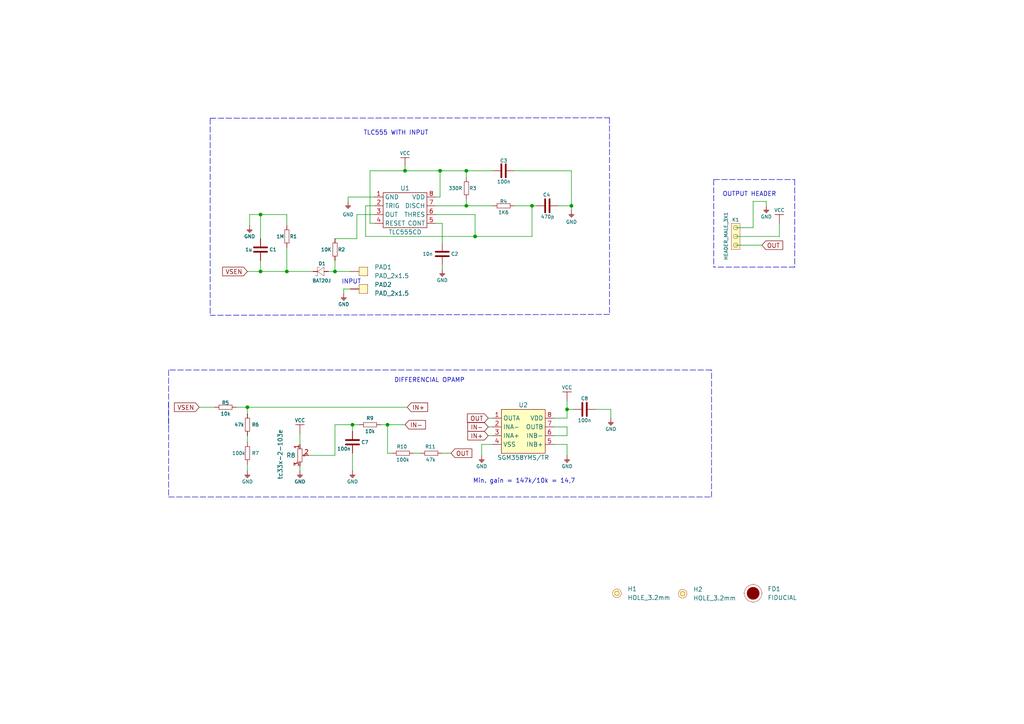
<source format=kicad_sch>
(kicad_sch (version 20211123) (generator eeschema)

  (uuid 4c3ddab3-7090-4634-b15c-6160db938f69)

  (paper "A4")

  (title_block
    (title "Capacitive soil sensor")
    (date "2022-11-10")
    (rev "V2.0.0.")
    (company "SOLDERED")
    (comment 1 "333098")
  )

  (lib_symbols
    (symbol "0603C_1" (pin_numbers hide) (pin_names (offset 0.002)) (in_bom yes) (on_board yes)
      (property "Reference" "C" (id 0) (at 0 3.81 0)
        (effects (font (size 1 1)))
      )
      (property "Value" "0603C_1" (id 1) (at 0 -3.175 0)
        (effects (font (size 1 1)))
      )
      (property "Footprint" "e-radionica.com footprinti:0603C" (id 2) (at 0.635 -4.445 0)
        (effects (font (size 1 1)) hide)
      )
      (property "Datasheet" "" (id 3) (at 0 0 0)
        (effects (font (size 1 1)) hide)
      )
      (symbol "0603C_1_0_1"
        (polyline
          (pts
            (xy -0.635 1.905)
            (xy -0.635 -1.905)
          )
          (stroke (width 0.5) (type default) (color 0 0 0 0))
          (fill (type none))
        )
        (polyline
          (pts
            (xy 0.635 1.905)
            (xy 0.635 -1.905)
          )
          (stroke (width 0.5) (type default) (color 0 0 0 0))
          (fill (type none))
        )
      )
      (symbol "0603C_1_1_1"
        (pin passive line (at -3.175 0 0) (length 2.54)
          (name "~" (effects (font (size 1.27 1.27))))
          (number "1" (effects (font (size 1.27 1.27))))
        )
        (pin passive line (at 3.175 0 180) (length 2.54)
          (name "~" (effects (font (size 1.27 1.27))))
          (number "2" (effects (font (size 1.27 1.27))))
        )
      )
    )
    (symbol "0603R_1" (pin_numbers hide) (pin_names (offset 0.254)) (in_bom yes) (on_board yes)
      (property "Reference" "R" (id 0) (at 0 1.27 0)
        (effects (font (size 1 1)))
      )
      (property "Value" "0603R_1" (id 1) (at 0 -1.905 0)
        (effects (font (size 1 1)))
      )
      (property "Footprint" "e-radionica.com footprinti:0603R" (id 2) (at 0 -3.81 0)
        (effects (font (size 1 1)) hide)
      )
      (property "Datasheet" "" (id 3) (at -0.635 1.905 0)
        (effects (font (size 1 1)) hide)
      )
      (symbol "0603R_1_0_1"
        (rectangle (start -1.905 -0.635) (end 1.905 -0.6604)
          (stroke (width 0.1) (type default) (color 0 0 0 0))
          (fill (type none))
        )
        (rectangle (start -1.905 0.635) (end -1.8796 -0.635)
          (stroke (width 0.1) (type default) (color 0 0 0 0))
          (fill (type none))
        )
        (rectangle (start -1.905 0.635) (end 1.905 0.6096)
          (stroke (width 0.1) (type default) (color 0 0 0 0))
          (fill (type none))
        )
        (rectangle (start 1.905 0.635) (end 1.9304 -0.635)
          (stroke (width 0.1) (type default) (color 0 0 0 0))
          (fill (type none))
        )
      )
      (symbol "0603R_1_1_1"
        (pin passive line (at -3.175 0 0) (length 1.27)
          (name "~" (effects (font (size 1.27 1.27))))
          (number "1" (effects (font (size 1.27 1.27))))
        )
        (pin passive line (at 3.175 0 180) (length 1.27)
          (name "~" (effects (font (size 1.27 1.27))))
          (number "2" (effects (font (size 1.27 1.27))))
        )
      )
    )
    (symbol "GND_1" (power) (pin_names (offset 0)) (in_bom yes) (on_board yes)
      (property "Reference" "#PWR" (id 0) (at 4.445 0 0)
        (effects (font (size 1 1)) hide)
      )
      (property "Value" "GND_1" (id 1) (at 0 -2.921 0)
        (effects (font (size 1 1)))
      )
      (property "Footprint" "" (id 2) (at 4.445 3.81 0)
        (effects (font (size 1 1)) hide)
      )
      (property "Datasheet" "" (id 3) (at 4.445 3.81 0)
        (effects (font (size 1 1)) hide)
      )
      (property "ki_keywords" "power-flag" (id 4) (at 0 0 0)
        (effects (font (size 1.27 1.27)) hide)
      )
      (property "ki_description" "Power symbol creates a global label with name \"GND\"" (id 5) (at 0 0 0)
        (effects (font (size 1.27 1.27)) hide)
      )
      (symbol "GND_1_0_1"
        (polyline
          (pts
            (xy -0.762 -1.27)
            (xy 0.762 -1.27)
          )
          (stroke (width 0.16) (type default) (color 0 0 0 0))
          (fill (type none))
        )
        (polyline
          (pts
            (xy -0.635 -1.524)
            (xy 0.635 -1.524)
          )
          (stroke (width 0.16) (type default) (color 0 0 0 0))
          (fill (type none))
        )
        (polyline
          (pts
            (xy -0.381 -1.778)
            (xy 0.381 -1.778)
          )
          (stroke (width 0.16) (type default) (color 0 0 0 0))
          (fill (type none))
        )
        (polyline
          (pts
            (xy -0.127 -2.032)
            (xy 0.127 -2.032)
          )
          (stroke (width 0.16) (type default) (color 0 0 0 0))
          (fill (type none))
        )
        (polyline
          (pts
            (xy 0 0)
            (xy 0 -1.27)
          )
          (stroke (width 0.16) (type default) (color 0 0 0 0))
          (fill (type none))
        )
      )
      (symbol "GND_1_1_1"
        (pin power_in line (at 0 0 270) (length 0) hide
          (name "GND" (effects (font (size 1.27 1.27))))
          (number "1" (effects (font (size 1.27 1.27))))
        )
      )
    )
    (symbol "GND_2" (power) (pin_names (offset 0)) (in_bom yes) (on_board yes)
      (property "Reference" "#PWR" (id 0) (at 4.445 0 0)
        (effects (font (size 1 1)) hide)
      )
      (property "Value" "GND_2" (id 1) (at 0 -2.921 0)
        (effects (font (size 1 1)))
      )
      (property "Footprint" "" (id 2) (at 4.445 3.81 0)
        (effects (font (size 1 1)) hide)
      )
      (property "Datasheet" "" (id 3) (at 4.445 3.81 0)
        (effects (font (size 1 1)) hide)
      )
      (property "ki_keywords" "power-flag" (id 4) (at 0 0 0)
        (effects (font (size 1.27 1.27)) hide)
      )
      (property "ki_description" "Power symbol creates a global label with name \"GND\"" (id 5) (at 0 0 0)
        (effects (font (size 1.27 1.27)) hide)
      )
      (symbol "GND_2_0_1"
        (polyline
          (pts
            (xy -0.762 -1.27)
            (xy 0.762 -1.27)
          )
          (stroke (width 0.16) (type default) (color 0 0 0 0))
          (fill (type none))
        )
        (polyline
          (pts
            (xy -0.635 -1.524)
            (xy 0.635 -1.524)
          )
          (stroke (width 0.16) (type default) (color 0 0 0 0))
          (fill (type none))
        )
        (polyline
          (pts
            (xy -0.381 -1.778)
            (xy 0.381 -1.778)
          )
          (stroke (width 0.16) (type default) (color 0 0 0 0))
          (fill (type none))
        )
        (polyline
          (pts
            (xy -0.127 -2.032)
            (xy 0.127 -2.032)
          )
          (stroke (width 0.16) (type default) (color 0 0 0 0))
          (fill (type none))
        )
        (polyline
          (pts
            (xy 0 0)
            (xy 0 -1.27)
          )
          (stroke (width 0.16) (type default) (color 0 0 0 0))
          (fill (type none))
        )
      )
      (symbol "GND_2_1_1"
        (pin power_in line (at 0 0 270) (length 0) hide
          (name "GND" (effects (font (size 1.27 1.27))))
          (number "1" (effects (font (size 1.27 1.27))))
        )
      )
    )
    (symbol "GND_3" (power) (pin_names (offset 0)) (in_bom yes) (on_board yes)
      (property "Reference" "#PWR" (id 0) (at 4.445 0 0)
        (effects (font (size 1 1)) hide)
      )
      (property "Value" "GND_3" (id 1) (at 0 -2.921 0)
        (effects (font (size 1 1)))
      )
      (property "Footprint" "" (id 2) (at 4.445 3.81 0)
        (effects (font (size 1 1)) hide)
      )
      (property "Datasheet" "" (id 3) (at 4.445 3.81 0)
        (effects (font (size 1 1)) hide)
      )
      (property "ki_keywords" "power-flag" (id 4) (at 0 0 0)
        (effects (font (size 1.27 1.27)) hide)
      )
      (property "ki_description" "Power symbol creates a global label with name \"GND\"" (id 5) (at 0 0 0)
        (effects (font (size 1.27 1.27)) hide)
      )
      (symbol "GND_3_0_1"
        (polyline
          (pts
            (xy -0.762 -1.27)
            (xy 0.762 -1.27)
          )
          (stroke (width 0.16) (type default) (color 0 0 0 0))
          (fill (type none))
        )
        (polyline
          (pts
            (xy -0.635 -1.524)
            (xy 0.635 -1.524)
          )
          (stroke (width 0.16) (type default) (color 0 0 0 0))
          (fill (type none))
        )
        (polyline
          (pts
            (xy -0.381 -1.778)
            (xy 0.381 -1.778)
          )
          (stroke (width 0.16) (type default) (color 0 0 0 0))
          (fill (type none))
        )
        (polyline
          (pts
            (xy -0.127 -2.032)
            (xy 0.127 -2.032)
          )
          (stroke (width 0.16) (type default) (color 0 0 0 0))
          (fill (type none))
        )
        (polyline
          (pts
            (xy 0 0)
            (xy 0 -1.27)
          )
          (stroke (width 0.16) (type default) (color 0 0 0 0))
          (fill (type none))
        )
      )
      (symbol "GND_3_1_1"
        (pin power_in line (at 0 0 270) (length 0) hide
          (name "GND" (effects (font (size 1.27 1.27))))
          (number "1" (effects (font (size 1.27 1.27))))
        )
      )
    )
    (symbol "e-radionica.com schematics:0603C" (pin_numbers hide) (pin_names (offset 0.002)) (in_bom yes) (on_board yes)
      (property "Reference" "C" (id 0) (at -0.635 3.175 0)
        (effects (font (size 1 1)))
      )
      (property "Value" "0603C" (id 1) (at 0 -3.175 0)
        (effects (font (size 1 1)))
      )
      (property "Footprint" "e-radionica.com footprinti:0603C" (id 2) (at 0 0 0)
        (effects (font (size 1 1)) hide)
      )
      (property "Datasheet" "" (id 3) (at 0 0 0)
        (effects (font (size 1 1)) hide)
      )
      (symbol "0603C_0_1"
        (polyline
          (pts
            (xy -0.635 1.905)
            (xy -0.635 -1.905)
          )
          (stroke (width 0.5) (type default) (color 0 0 0 0))
          (fill (type none))
        )
        (polyline
          (pts
            (xy 0.635 1.905)
            (xy 0.635 -1.905)
          )
          (stroke (width 0.5) (type default) (color 0 0 0 0))
          (fill (type none))
        )
      )
      (symbol "0603C_1_1"
        (pin passive line (at -3.175 0 0) (length 2.54)
          (name "~" (effects (font (size 1.27 1.27))))
          (number "1" (effects (font (size 1.27 1.27))))
        )
        (pin passive line (at 3.175 0 180) (length 2.54)
          (name "~" (effects (font (size 1.27 1.27))))
          (number "2" (effects (font (size 1.27 1.27))))
        )
      )
    )
    (symbol "e-radionica.com schematics:0603R" (pin_numbers hide) (pin_names (offset 0.254)) (in_bom yes) (on_board yes)
      (property "Reference" "R" (id 0) (at -1.905 1.905 0)
        (effects (font (size 1 1)))
      )
      (property "Value" "0603R" (id 1) (at 0 -1.905 0)
        (effects (font (size 1 1)))
      )
      (property "Footprint" "e-radionica.com footprinti:0603R" (id 2) (at -0.635 1.905 0)
        (effects (font (size 1 1)) hide)
      )
      (property "Datasheet" "" (id 3) (at -0.635 1.905 0)
        (effects (font (size 1 1)) hide)
      )
      (symbol "0603R_0_1"
        (rectangle (start -1.905 -0.635) (end 1.905 -0.6604)
          (stroke (width 0.1) (type default) (color 0 0 0 0))
          (fill (type none))
        )
        (rectangle (start -1.905 0.635) (end -1.8796 -0.635)
          (stroke (width 0.1) (type default) (color 0 0 0 0))
          (fill (type none))
        )
        (rectangle (start -1.905 0.635) (end 1.905 0.6096)
          (stroke (width 0.1) (type default) (color 0 0 0 0))
          (fill (type none))
        )
        (rectangle (start 1.905 0.635) (end 1.9304 -0.635)
          (stroke (width 0.1) (type default) (color 0 0 0 0))
          (fill (type none))
        )
      )
      (symbol "0603R_1_1"
        (pin passive line (at -3.175 0 0) (length 1.27)
          (name "~" (effects (font (size 1.27 1.27))))
          (number "1" (effects (font (size 1.27 1.27))))
        )
        (pin passive line (at 3.175 0 180) (length 1.27)
          (name "~" (effects (font (size 1.27 1.27))))
          (number "2" (effects (font (size 1.27 1.27))))
        )
      )
    )
    (symbol "e-radionica.com schematics:BAT20J" (pin_numbers hide) (pin_names hide) (in_bom yes) (on_board yes)
      (property "Reference" "D" (id 0) (at 0 2.54 0)
        (effects (font (size 1 1)))
      )
      (property "Value" "BAT20J" (id 1) (at 0 -2.54 0)
        (effects (font (size 1 1)))
      )
      (property "Footprint" "e-radionica.com footprinti:SOD-323" (id 2) (at 0.635 3.81 0)
        (effects (font (size 1 1)) hide)
      )
      (property "Datasheet" "" (id 3) (at 0 0 0)
        (effects (font (size 1 1)) hide)
      )
      (symbol "BAT20J_0_1"
        (polyline
          (pts
            (xy -0.635 1.27)
            (xy 1.27 0)
          )
          (stroke (width 0.0006) (type default) (color 0 0 0 0))
          (fill (type none))
        )
        (polyline
          (pts
            (xy 1.27 -1.27)
            (xy 0.635 -1.27)
          )
          (stroke (width 0.0006) (type default) (color 0 0 0 0))
          (fill (type none))
        )
        (polyline
          (pts
            (xy 1.27 1.27)
            (xy 1.27 -1.27)
          )
          (stroke (width 0.0006) (type default) (color 0 0 0 0))
          (fill (type none))
        )
        (polyline
          (pts
            (xy 1.27 1.27)
            (xy 1.905 1.27)
          )
          (stroke (width 0.0006) (type default) (color 0 0 0 0))
          (fill (type none))
        )
        (polyline
          (pts
            (xy -0.635 1.27)
            (xy -0.635 -1.27)
            (xy 1.27 0)
          )
          (stroke (width 0.0006) (type default) (color 0 0 0 0))
          (fill (type none))
        )
      )
      (symbol "BAT20J_1_1"
        (pin passive line (at -1.905 0 0) (length 1.27)
          (name "A" (effects (font (size 1.27 1.27))))
          (number "1" (effects (font (size 1.27 1.27))))
        )
        (pin passive line (at 2.54 0 180) (length 1.27)
          (name "K" (effects (font (size 1.27 1.27))))
          (number "2" (effects (font (size 1.27 1.27))))
        )
      )
    )
    (symbol "e-radionica.com schematics:FIDUCIAL" (in_bom no) (on_board yes)
      (property "Reference" "FD" (id 0) (at 0 3.81 0)
        (effects (font (size 1.27 1.27)))
      )
      (property "Value" "FIDUCIAL" (id 1) (at 0 -3.81 0)
        (effects (font (size 1.27 1.27)))
      )
      (property "Footprint" "e-radionica.com footprinti:FIDUCIAL_23" (id 2) (at 0.254 -5.334 0)
        (effects (font (size 1.27 1.27)) hide)
      )
      (property "Datasheet" "" (id 3) (at 0 0 0)
        (effects (font (size 1.27 1.27)) hide)
      )
      (symbol "FIDUCIAL_0_1"
        (polyline
          (pts
            (xy -2.54 0)
            (xy -2.794 0)
          )
          (stroke (width 0.0006) (type default) (color 0 0 0 0))
          (fill (type none))
        )
        (polyline
          (pts
            (xy 0 -2.54)
            (xy 0 -2.794)
          )
          (stroke (width 0.0006) (type default) (color 0 0 0 0))
          (fill (type none))
        )
        (polyline
          (pts
            (xy 0 2.54)
            (xy 0 2.794)
          )
          (stroke (width 0.0006) (type default) (color 0 0 0 0))
          (fill (type none))
        )
        (polyline
          (pts
            (xy 2.54 0)
            (xy 2.794 0)
          )
          (stroke (width 0.0006) (type default) (color 0 0 0 0))
          (fill (type none))
        )
        (circle (center 0 0) (radius 1.7961)
          (stroke (width 0.001) (type default) (color 0 0 0 0))
          (fill (type outline))
        )
        (circle (center 0 0) (radius 2.54)
          (stroke (width 0.0006) (type default) (color 0 0 0 0))
          (fill (type none))
        )
      )
    )
    (symbol "e-radionica.com schematics:GND" (power) (pin_names (offset 0)) (in_bom yes) (on_board yes)
      (property "Reference" "#PWR" (id 0) (at 4.445 0 0)
        (effects (font (size 1 1)) hide)
      )
      (property "Value" "GND" (id 1) (at 0 -2.921 0)
        (effects (font (size 1 1)))
      )
      (property "Footprint" "" (id 2) (at 4.445 3.81 0)
        (effects (font (size 1 1)) hide)
      )
      (property "Datasheet" "" (id 3) (at 4.445 3.81 0)
        (effects (font (size 1 1)) hide)
      )
      (property "ki_keywords" "power-flag" (id 4) (at 0 0 0)
        (effects (font (size 1.27 1.27)) hide)
      )
      (property "ki_description" "Power symbol creates a global label with name \"GND\"" (id 5) (at 0 0 0)
        (effects (font (size 1.27 1.27)) hide)
      )
      (symbol "GND_0_1"
        (polyline
          (pts
            (xy -0.762 -1.27)
            (xy 0.762 -1.27)
          )
          (stroke (width 0.16) (type default) (color 0 0 0 0))
          (fill (type none))
        )
        (polyline
          (pts
            (xy -0.635 -1.524)
            (xy 0.635 -1.524)
          )
          (stroke (width 0.16) (type default) (color 0 0 0 0))
          (fill (type none))
        )
        (polyline
          (pts
            (xy -0.381 -1.778)
            (xy 0.381 -1.778)
          )
          (stroke (width 0.16) (type default) (color 0 0 0 0))
          (fill (type none))
        )
        (polyline
          (pts
            (xy -0.127 -2.032)
            (xy 0.127 -2.032)
          )
          (stroke (width 0.16) (type default) (color 0 0 0 0))
          (fill (type none))
        )
        (polyline
          (pts
            (xy 0 0)
            (xy 0 -1.27)
          )
          (stroke (width 0.16) (type default) (color 0 0 0 0))
          (fill (type none))
        )
      )
      (symbol "GND_1_1"
        (pin power_in line (at 0 0 270) (length 0) hide
          (name "GND" (effects (font (size 1.27 1.27))))
          (number "1" (effects (font (size 1.27 1.27))))
        )
      )
    )
    (symbol "e-radionica.com schematics:HEADER_MALE_3X1" (pin_numbers hide) (pin_names hide) (in_bom yes) (on_board yes)
      (property "Reference" "K" (id 0) (at -0.635 5.08 0)
        (effects (font (size 1 1)))
      )
      (property "Value" "HEADER_MALE_3X1" (id 1) (at 0 -5.08 0)
        (effects (font (size 1 1)))
      )
      (property "Footprint" "e-radionica.com footprinti:HEADER_MALE_3X1" (id 2) (at 0 -7.62 0)
        (effects (font (size 1 1)) hide)
      )
      (property "Datasheet" "" (id 3) (at 0 -2.54 0)
        (effects (font (size 1 1)) hide)
      )
      (symbol "HEADER_MALE_3X1_0_1"
        (circle (center 0 -2.54) (radius 0.635)
          (stroke (width 0.0006) (type default) (color 0 0 0 0))
          (fill (type none))
        )
        (circle (center 0 0) (radius 0.635)
          (stroke (width 0.0006) (type default) (color 0 0 0 0))
          (fill (type none))
        )
        (circle (center 0 2.54) (radius 0.635)
          (stroke (width 0.0006) (type default) (color 0 0 0 0))
          (fill (type none))
        )
        (rectangle (start 1.27 -3.81) (end -1.27 3.81)
          (stroke (width 0.001) (type default) (color 0 0 0 0))
          (fill (type background))
        )
      )
      (symbol "HEADER_MALE_3X1_1_1"
        (pin passive line (at 0 -2.54 180) (length 0)
          (name "~" (effects (font (size 1 1))))
          (number "1" (effects (font (size 1 1))))
        )
        (pin passive line (at 0 0 180) (length 0)
          (name "~" (effects (font (size 1 1))))
          (number "2" (effects (font (size 1 1))))
        )
        (pin passive line (at 0 2.54 180) (length 0)
          (name "~" (effects (font (size 1 1))))
          (number "3" (effects (font (size 1 1))))
        )
      )
    )
    (symbol "e-radionica.com schematics:HOLE_3.2mm" (pin_numbers hide) (pin_names hide) (in_bom yes) (on_board yes)
      (property "Reference" "H" (id 0) (at 0 2.54 0)
        (effects (font (size 1.27 1.27)))
      )
      (property "Value" "HOLE_3.2mm" (id 1) (at 0 -2.54 0)
        (effects (font (size 1.27 1.27)))
      )
      (property "Footprint" "e-radionica.com footprinti:HOLE_3.2mm" (id 2) (at 0 0 0)
        (effects (font (size 1.27 1.27)) hide)
      )
      (property "Datasheet" "" (id 3) (at 0 0 0)
        (effects (font (size 1.27 1.27)) hide)
      )
      (symbol "HOLE_3.2mm_0_1"
        (circle (center 0 0) (radius 0.635)
          (stroke (width 0.0006) (type default) (color 0 0 0 0))
          (fill (type none))
        )
        (circle (center 0 0) (radius 1.27)
          (stroke (width 0.001) (type default) (color 0 0 0 0))
          (fill (type background))
        )
      )
    )
    (symbol "e-radionica.com schematics:PAD_2x1.5" (pin_numbers hide) (pin_names hide) (in_bom yes) (on_board yes)
      (property "Reference" "PAD" (id 0) (at 0 2.54 0)
        (effects (font (size 1.27 1.27)))
      )
      (property "Value" "PAD_2x1.5" (id 1) (at 0 -2.54 0)
        (effects (font (size 1.27 1.27)))
      )
      (property "Footprint" "e-radionica.com footprinti:PAD_2x1.5" (id 2) (at -1.27 -5.08 0)
        (effects (font (size 1.27 1.27)) hide)
      )
      (property "Datasheet" "" (id 3) (at -1.27 0 0)
        (effects (font (size 1.27 1.27)) hide)
      )
      (symbol "PAD_2x1.5_0_1"
        (rectangle (start -1.27 1.27) (end 1.27 -1.27)
          (stroke (width 0.1) (type default) (color 0 0 0 0))
          (fill (type background))
        )
      )
      (symbol "PAD_2x1.5_1_1"
        (pin passive line (at -3.81 0 0) (length 2.54)
          (name "~" (effects (font (size 1.27 1.27))))
          (number "1" (effects (font (size 1.27 1.27))))
        )
      )
    )
    (symbol "e-radionica.com schematics:SGM358YMS{slash}TR" (in_bom yes) (on_board yes)
      (property "Reference" "U" (id 0) (at 0 7.62 0)
        (effects (font (size 1.27 1.27)))
      )
      (property "Value" "SGM358YMS{slash}TR" (id 1) (at 0 -7.62 0)
        (effects (font (size 1.27 1.27)))
      )
      (property "Footprint" "e-radionica.com footprinti:MSOP-8" (id 2) (at 0 -10.16 0)
        (effects (font (size 1.27 1.27)) hide)
      )
      (property "Datasheet" "" (id 3) (at 0 7.62 0)
        (effects (font (size 1.27 1.27)) hide)
      )
      (symbol "SGM358YMS{slash}TR_0_1"
        (rectangle (start -6.35 6.35) (end 6.35 -6.35)
          (stroke (width 0) (type default) (color 0 0 0 0))
          (fill (type background))
        )
      )
      (symbol "SGM358YMS{slash}TR_1_1"
        (pin output line (at -8.89 3.81 0) (length 2.54)
          (name "OUTA" (effects (font (size 1.27 1.27))))
          (number "1" (effects (font (size 1.27 1.27))))
        )
        (pin input line (at -8.89 1.27 0) (length 2.54)
          (name "INA-" (effects (font (size 1.27 1.27))))
          (number "2" (effects (font (size 1.27 1.27))))
        )
        (pin input line (at -8.89 -1.27 0) (length 2.54)
          (name "INA+" (effects (font (size 1.27 1.27))))
          (number "3" (effects (font (size 1.27 1.27))))
        )
        (pin input line (at -8.89 -3.81 0) (length 2.54)
          (name "VSS" (effects (font (size 1.27 1.27))))
          (number "4" (effects (font (size 1.27 1.27))))
        )
        (pin input line (at 8.89 -3.81 180) (length 2.54)
          (name "INB+" (effects (font (size 1.27 1.27))))
          (number "5" (effects (font (size 1.27 1.27))))
        )
        (pin input line (at 8.89 -1.27 180) (length 2.54)
          (name "INB-" (effects (font (size 1.27 1.27))))
          (number "6" (effects (font (size 1.27 1.27))))
        )
        (pin output line (at 8.89 1.27 180) (length 2.54)
          (name "OUTB" (effects (font (size 1.27 1.27))))
          (number "7" (effects (font (size 1.27 1.27))))
        )
        (pin input line (at 8.89 3.81 180) (length 2.54)
          (name "VDD" (effects (font (size 1.27 1.27))))
          (number "8" (effects (font (size 1.27 1.27))))
        )
      )
    )
    (symbol "e-radionica.com schematics:TLC555" (in_bom yes) (on_board yes)
      (property "Reference" "U" (id 0) (at 0 -8.89 0)
        (effects (font (size 1.27 1.27)))
      )
      (property "Value" "TLC555" (id 1) (at 0 -8.89 0)
        (effects (font (size 1.27 1.27)))
      )
      (property "Footprint" "e-radionica.com footprinti:SOIC−8" (id 2) (at 0 -8.89 0)
        (effects (font (size 1.27 1.27)) hide)
      )
      (property "Datasheet" "" (id 3) (at 0 -8.89 0)
        (effects (font (size 1.27 1.27)) hide)
      )
      (symbol "TLC555_0_1"
        (rectangle (start -6.35 5.08) (end 6.35 -5.08)
          (stroke (width 0.1524) (type default) (color 0 0 0 0))
          (fill (type none))
        )
      )
      (symbol "TLC555_1_1"
        (pin input line (at -8.89 3.81 0) (length 2.54)
          (name "GND" (effects (font (size 1.27 1.27))))
          (number "1" (effects (font (size 1.27 1.27))))
        )
        (pin input line (at -8.89 1.27 0) (length 2.54)
          (name "TRIG" (effects (font (size 1.27 1.27))))
          (number "2" (effects (font (size 1.27 1.27))))
        )
        (pin input line (at -8.89 -1.27 0) (length 2.54)
          (name "OUT" (effects (font (size 1.27 1.27))))
          (number "3" (effects (font (size 1.27 1.27))))
        )
        (pin input line (at -8.89 -3.81 0) (length 2.54)
          (name "RESET" (effects (font (size 1.27 1.27))))
          (number "4" (effects (font (size 1.27 1.27))))
        )
        (pin input line (at 8.89 -3.81 180) (length 2.54)
          (name "CONT" (effects (font (size 1.27 1.27))))
          (number "5" (effects (font (size 1.27 1.27))))
        )
        (pin input line (at 8.89 -1.27 180) (length 2.54)
          (name "THRES" (effects (font (size 1.27 1.27))))
          (number "6" (effects (font (size 1.27 1.27))))
        )
        (pin input line (at 8.89 1.27 180) (length 2.54)
          (name "DISCH" (effects (font (size 1.27 1.27))))
          (number "7" (effects (font (size 1.27 1.27))))
        )
        (pin input line (at 8.89 3.81 180) (length 2.54)
          (name "VDD" (effects (font (size 1.27 1.27))))
          (number "8" (effects (font (size 1.27 1.27))))
        )
      )
    )
    (symbol "e-radionica.com schematics:VCC" (power) (pin_names (offset 0)) (in_bom yes) (on_board yes)
      (property "Reference" "#PWR" (id 0) (at 4.445 0 0)
        (effects (font (size 1 1)) hide)
      )
      (property "Value" "VCC" (id 1) (at 0 3.556 0)
        (effects (font (size 1 1)))
      )
      (property "Footprint" "" (id 2) (at 4.445 3.81 0)
        (effects (font (size 1 1)) hide)
      )
      (property "Datasheet" "" (id 3) (at 4.445 3.81 0)
        (effects (font (size 1 1)) hide)
      )
      (property "ki_keywords" "power-flag" (id 4) (at 0 0 0)
        (effects (font (size 1.27 1.27)) hide)
      )
      (property "ki_description" "Power symbol creates a global label with name \"VCC\"" (id 5) (at 0 0 0)
        (effects (font (size 1.27 1.27)) hide)
      )
      (symbol "VCC_0_1"
        (polyline
          (pts
            (xy -1.27 2.54)
            (xy 1.27 2.54)
          )
          (stroke (width 0.16) (type default) (color 0 0 0 0))
          (fill (type none))
        )
        (polyline
          (pts
            (xy 0 0)
            (xy 0 2.54)
          )
          (stroke (width 0) (type default) (color 0 0 0 0))
          (fill (type none))
        )
      )
      (symbol "VCC_1_1"
        (pin power_in line (at 0 0 90) (length 0) hide
          (name "VCC" (effects (font (size 1.27 1.27))))
          (number "1" (effects (font (size 1.27 1.27))))
        )
      )
    )
    (symbol "e-radionica.com schematics:tc33x-2-103e" (in_bom yes) (on_board yes)
      (property "Reference" "R" (id 0) (at -1.778 3.302 0)
        (effects (font (size 1.27 1.27)))
      )
      (property "Value" "tc33x-2-103e" (id 1) (at 0 -2.54 0)
        (effects (font (size 1.27 1.27)))
      )
      (property "Footprint" "e-radionica.com footprinti:tc33x-2-103e" (id 2) (at 0 -5.08 0)
        (effects (font (size 1.27 1.27)) hide)
      )
      (property "Datasheet" "" (id 3) (at -0.0508 -0.0508 0)
        (effects (font (size 1.27 1.27)) hide)
      )
      (property "ki_keywords" "pot potentiometer trimer" (id 4) (at 0 0 0)
        (effects (font (size 1.27 1.27)) hide)
      )
      (symbol "tc33x-2-103e_0_1"
        (rectangle (start -1.905 -0.635) (end 1.905 -0.6604)
          (stroke (width 0.1) (type default) (color 0 0 0 0))
          (fill (type none))
        )
        (rectangle (start -1.905 0.635) (end -1.8796 -0.635)
          (stroke (width 0.1) (type default) (color 0 0 0 0))
          (fill (type none))
        )
        (rectangle (start -1.905 0.635) (end 1.905 0.6096)
          (stroke (width 0.1) (type default) (color 0 0 0 0))
          (fill (type none))
        )
        (polyline
          (pts
            (xy -0.254 1.27)
            (xy 0.254 1.27)
            (xy 0 0.762)
            (xy -0.254 1.27)
          )
          (stroke (width 0.1524) (type default) (color 0 0 0 0))
          (fill (type none))
        )
        (rectangle (start 1.905 0.635) (end 1.9304 -0.635)
          (stroke (width 0.1) (type default) (color 0 0 0 0))
          (fill (type none))
        )
      )
      (symbol "tc33x-2-103e_1_1"
        (pin passive line (at -3.175 0 0) (length 1.27)
          (name "~" (effects (font (size 1.27 1.27))))
          (number "1" (effects (font (size 1.27 1.27))))
        )
        (pin passive line (at 0 2.54 270) (length 1.27)
          (name "" (effects (font (size 1.27 1.27))))
          (number "2" (effects (font (size 1.27 1.27))))
        )
        (pin passive line (at 3.175 0 180) (length 1.27)
          (name "~" (effects (font (size 1.27 1.27))))
          (number "3" (effects (font (size 1.27 1.27))))
        )
      )
    )
  )

  (junction (at 75.565 78.74) (diameter 0.9144) (color 0 0 0 0)
    (uuid 003c2200-0632-4808-a662-8ddd5d30c768)
  )
  (junction (at 112.395 123.19) (diameter 0) (color 0 0 0 0)
    (uuid 05700b4d-5eb3-484c-855b-e22f1f0338b1)
  )
  (junction (at 165.735 59.69) (diameter 0.9144) (color 0 0 0 0)
    (uuid 2f215f15-3d52-4c91-93e6-3ea03a95622f)
  )
  (junction (at 102.235 123.19) (diameter 0) (color 0 0 0 0)
    (uuid 60c0ee78-028d-40dc-b3e6-e62c79ebfaba)
  )
  (junction (at 154.305 59.69) (diameter 0.9144) (color 0 0 0 0)
    (uuid 61fe293f-6808-4b7f-9340-9aaac7054a97)
  )
  (junction (at 135.255 59.69) (diameter 0.9144) (color 0 0 0 0)
    (uuid 63ff1c93-3f96-4c33-b498-5dd8c33bccc0)
  )
  (junction (at 117.475 49.53) (diameter 0.9144) (color 0 0 0 0)
    (uuid 9b0a1687-7e1b-4a04-a30b-c27a072a2949)
  )
  (junction (at 135.255 49.53) (diameter 0.9144) (color 0 0 0 0)
    (uuid 9e1b837f-0d34-4a18-9644-9ee68f141f46)
  )
  (junction (at 137.795 68.58) (diameter 0.9144) (color 0 0 0 0)
    (uuid b88717bd-086f-46cd-9d3f-0396009d0996)
  )
  (junction (at 97.155 78.74) (diameter 0) (color 0 0 0 0)
    (uuid bbf2cda9-b894-4cb2-ba1b-f989e358506e)
  )
  (junction (at 127.635 49.53) (diameter 0.9144) (color 0 0 0 0)
    (uuid c01d25cd-f4bb-4ef3-b5ea-533a2a4ddb2b)
  )
  (junction (at 71.755 118.11) (diameter 0) (color 0 0 0 0)
    (uuid d9e329e9-114c-4282-b329-8aa868c3c5f3)
  )
  (junction (at 75.565 62.23) (diameter 0) (color 0 0 0 0)
    (uuid e052aec0-37ea-4aca-a607-ebb913bb66ad)
  )
  (junction (at 164.465 118.745) (diameter 0) (color 0 0 0 0)
    (uuid e2f26292-bedf-4cc4-adf1-22bf2b0fe3e5)
  )
  (junction (at 83.185 78.74) (diameter 0.9144) (color 0 0 0 0)
    (uuid ee27d19c-8dca-4ac8-a760-6dfd54d28071)
  )

  (wire (pts (xy 164.465 116.205) (xy 164.465 118.745))
    (stroke (width 0) (type default) (color 0 0 0 0))
    (uuid 00546621-6af9-4d39-9b9c-ab8334d11d89)
  )
  (wire (pts (xy 112.395 131.445) (xy 113.665 131.445))
    (stroke (width 0) (type default) (color 0 0 0 0))
    (uuid 01163472-3ffd-47f5-a68a-8ac26869b331)
  )
  (wire (pts (xy 164.465 126.365) (xy 160.655 126.365))
    (stroke (width 0) (type default) (color 0 0 0 0))
    (uuid 019e8224-5f26-4d8a-9f53-6e434349e49a)
  )
  (wire (pts (xy 139.7 132.08) (xy 139.7 128.905))
    (stroke (width 0) (type default) (color 0 0 0 0))
    (uuid 039a1ce8-14a2-4c76-b84f-3f41f52e1de5)
  )
  (wire (pts (xy 141.605 121.285) (xy 142.875 121.285))
    (stroke (width 0) (type default) (color 0 0 0 0))
    (uuid 05f1a672-320e-4a5d-b6c5-95c030b2f091)
  )
  (wire (pts (xy 164.465 121.285) (xy 160.655 121.285))
    (stroke (width 0) (type default) (color 0 0 0 0))
    (uuid 098c511e-49c3-4735-932e-38a92b79c6bd)
  )
  (wire (pts (xy 161.925 59.69) (xy 165.735 59.69))
    (stroke (width 0) (type solid) (color 0 0 0 0))
    (uuid 117b3a2c-d34c-4987-b69c-5e1b772f1071)
  )
  (wire (pts (xy 165.735 59.69) (xy 165.735 60.96))
    (stroke (width 0) (type solid) (color 0 0 0 0))
    (uuid 117b3a2c-d34c-4987-b69c-5e1b772f1072)
  )
  (wire (pts (xy 165.735 49.53) (xy 149.225 49.53))
    (stroke (width 0) (type solid) (color 0 0 0 0))
    (uuid 13816330-1f71-4cc9-a6eb-63a1d3b2e6de)
  )
  (wire (pts (xy 165.735 59.69) (xy 165.735 49.53))
    (stroke (width 0) (type solid) (color 0 0 0 0))
    (uuid 13816330-1f71-4cc9-a6eb-63a1d3b2e6df)
  )
  (wire (pts (xy 102.235 131.445) (xy 102.235 136.525))
    (stroke (width 0) (type default) (color 0 0 0 0))
    (uuid 13ebccc3-93ca-4457-a40f-093c0d37264e)
  )
  (polyline (pts (xy 207.01 52.07) (xy 207.01 77.47))
    (stroke (width 0) (type default) (color 0 0 0 0))
    (uuid 17206800-b1a3-4638-ab8f-23d5e24ae7cf)
  )

  (wire (pts (xy 71.755 118.11) (xy 118.11 118.11))
    (stroke (width 0) (type default) (color 0 0 0 0))
    (uuid 1b56ea39-dd5b-4e1c-b5c5-50bd71490709)
  )
  (wire (pts (xy 97.155 123.19) (xy 102.235 123.19))
    (stroke (width 0) (type default) (color 0 0 0 0))
    (uuid 1e9ccba8-8a4a-42bc-92e2-1e204496cacd)
  )
  (wire (pts (xy 86.995 135.255) (xy 86.995 136.525))
    (stroke (width 0) (type default) (color 0 0 0 0))
    (uuid 1ec8907d-04a4-4f3b-81ba-d95e65ced70e)
  )
  (wire (pts (xy 106.045 59.69) (xy 106.045 68.58))
    (stroke (width 0) (type solid) (color 0 0 0 0))
    (uuid 236a9924-56da-4d3f-89cf-0cb6ef104867)
  )
  (wire (pts (xy 106.045 68.58) (xy 137.795 68.58))
    (stroke (width 0) (type solid) (color 0 0 0 0))
    (uuid 236a9924-56da-4d3f-89cf-0cb6ef104868)
  )
  (wire (pts (xy 108.585 59.69) (xy 106.045 59.69))
    (stroke (width 0) (type solid) (color 0 0 0 0))
    (uuid 236a9924-56da-4d3f-89cf-0cb6ef104869)
  )
  (wire (pts (xy 137.795 68.58) (xy 154.305 68.58))
    (stroke (width 0) (type solid) (color 0 0 0 0))
    (uuid 236a9924-56da-4d3f-89cf-0cb6ef10486a)
  )
  (wire (pts (xy 154.305 68.58) (xy 154.305 59.69))
    (stroke (width 0) (type solid) (color 0 0 0 0))
    (uuid 236a9924-56da-4d3f-89cf-0cb6ef10486b)
  )
  (wire (pts (xy 75.565 78.74) (xy 83.185 78.74))
    (stroke (width 0) (type solid) (color 0 0 0 0))
    (uuid 23d35687-89bf-4cdc-87c6-80e91910a1b5)
  )
  (wire (pts (xy 164.465 123.825) (xy 164.465 126.365))
    (stroke (width 0) (type default) (color 0 0 0 0))
    (uuid 259d8cec-38db-4b88-ad7a-49d457f74565)
  )
  (wire (pts (xy 222.25 58.42) (xy 222.25 59.69))
    (stroke (width 0) (type solid) (color 0 0 0 0))
    (uuid 2ecfe11a-b948-468f-b62c-197d5d077aec)
  )
  (wire (pts (xy 126.365 62.23) (xy 137.795 62.23))
    (stroke (width 0) (type solid) (color 0 0 0 0))
    (uuid 36de5d3f-7202-4c71-8201-a37387871f72)
  )
  (wire (pts (xy 137.795 62.23) (xy 137.795 68.58))
    (stroke (width 0) (type solid) (color 0 0 0 0))
    (uuid 36de5d3f-7202-4c71-8201-a37387871f73)
  )
  (wire (pts (xy 117.475 48.26) (xy 117.475 49.53))
    (stroke (width 0) (type solid) (color 0 0 0 0))
    (uuid 3f4cdcb1-3df8-44a8-b4f7-236d41a4e655)
  )
  (wire (pts (xy 126.365 57.15) (xy 127.635 57.15))
    (stroke (width 0) (type solid) (color 0 0 0 0))
    (uuid 3f4cdcb1-3df8-44a8-b4f7-236d41a4e656)
  )
  (wire (pts (xy 127.635 49.53) (xy 117.475 49.53))
    (stroke (width 0) (type solid) (color 0 0 0 0))
    (uuid 3f4cdcb1-3df8-44a8-b4f7-236d41a4e657)
  )
  (wire (pts (xy 127.635 57.15) (xy 127.635 49.53))
    (stroke (width 0) (type solid) (color 0 0 0 0))
    (uuid 3f4cdcb1-3df8-44a8-b4f7-236d41a4e658)
  )
  (wire (pts (xy 68.58 118.11) (xy 71.755 118.11))
    (stroke (width 0) (type default) (color 0 0 0 0))
    (uuid 406f64fc-b03a-40b8-8e40-d8dfd322d95e)
  )
  (wire (pts (xy 142.875 49.53) (xy 135.255 49.53))
    (stroke (width 0) (type solid) (color 0 0 0 0))
    (uuid 42b26675-b1aa-4dca-829e-88482e8762aa)
  )
  (wire (pts (xy 121.92 131.445) (xy 120.015 131.445))
    (stroke (width 0) (type default) (color 0 0 0 0))
    (uuid 44aae40b-2095-4192-b0b5-bed39afa72a8)
  )
  (polyline (pts (xy 207.01 52.07) (xy 230.505 52.07))
    (stroke (width 0) (type default) (color 0 0 0 0))
    (uuid 4c99582c-4a16-405c-b845-0fb2eee11b7a)
  )

  (wire (pts (xy 128.27 76.835) (xy 128.27 78.105))
    (stroke (width 0) (type solid) (color 0 0 0 0))
    (uuid 4cd80892-be5d-4da0-a5db-90381670a021)
  )
  (polyline (pts (xy 48.895 107.315) (xy 48.895 123.825))
    (stroke (width 0) (type default) (color 0 0 0 0))
    (uuid 53bb2184-61f9-458c-bba5-59af4c62d449)
  )
  (polyline (pts (xy 206.375 144.145) (xy 206.375 107.315))
    (stroke (width 0) (type default) (color 0 0 0 0))
    (uuid 5684dde7-1b05-4374-8056-4a93790f11f5)
  )

  (wire (pts (xy 166.37 118.745) (xy 164.465 118.745))
    (stroke (width 0) (type default) (color 0 0 0 0))
    (uuid 5d470326-8944-475a-a014-e2c6d015dbed)
  )
  (wire (pts (xy 107.315 49.53) (xy 117.475 49.53))
    (stroke (width 0) (type solid) (color 0 0 0 0))
    (uuid 6463ba3a-e039-4a90-9e4d-cc071d7a139e)
  )
  (wire (pts (xy 107.315 64.77) (xy 107.315 49.53))
    (stroke (width 0) (type solid) (color 0 0 0 0))
    (uuid 6463ba3a-e039-4a90-9e4d-cc071d7a139f)
  )
  (wire (pts (xy 108.585 64.77) (xy 107.315 64.77))
    (stroke (width 0) (type solid) (color 0 0 0 0))
    (uuid 6463ba3a-e039-4a90-9e4d-cc071d7a13a0)
  )
  (wire (pts (xy 71.755 126.365) (xy 71.755 128.27))
    (stroke (width 0) (type default) (color 0 0 0 0))
    (uuid 6657442c-8fca-4afd-8860-6c2cc4256cb0)
  )
  (wire (pts (xy 164.465 128.905) (xy 160.655 128.905))
    (stroke (width 0) (type default) (color 0 0 0 0))
    (uuid 671730bd-8cc6-48be-87f1-a6d63b54921b)
  )
  (wire (pts (xy 112.395 123.19) (xy 112.395 131.445))
    (stroke (width 0) (type default) (color 0 0 0 0))
    (uuid 68c08d26-8a3a-4c62-b0ee-6705d14c52f9)
  )
  (wire (pts (xy 128.27 131.445) (xy 130.81 131.445))
    (stroke (width 0) (type default) (color 0 0 0 0))
    (uuid 70039e6b-e4d2-40ef-800c-ae9855c7762f)
  )
  (wire (pts (xy 62.23 118.11) (xy 57.785 118.11))
    (stroke (width 0) (type default) (color 0 0 0 0))
    (uuid 7351572f-432e-4526-8ee8-5440f3991879)
  )
  (wire (pts (xy 83.185 62.23) (xy 75.565 62.23))
    (stroke (width 0) (type solid) (color 0 0 0 0))
    (uuid 75f7c813-3ab8-4b75-bf0c-558e5d69d017)
  )
  (wire (pts (xy 83.185 65.405) (xy 83.185 62.23))
    (stroke (width 0) (type solid) (color 0 0 0 0))
    (uuid 75f7c813-3ab8-4b75-bf0c-558e5d69d018)
  )
  (wire (pts (xy 75.565 69.215) (xy 75.565 62.23))
    (stroke (width 0) (type solid) (color 0 0 0 0))
    (uuid 780238d2-4347-4477-b189-3fbefd1d733f)
  )
  (wire (pts (xy 139.7 128.905) (xy 142.875 128.905))
    (stroke (width 0) (type default) (color 0 0 0 0))
    (uuid 785a195e-dd02-4ff0-a83b-bb4abc54c6bf)
  )
  (wire (pts (xy 117.475 123.19) (xy 112.395 123.19))
    (stroke (width 0) (type default) (color 0 0 0 0))
    (uuid 7c1cd06a-9bb3-4ba0-bf4f-73d9226ea914)
  )
  (wire (pts (xy 102.235 125.095) (xy 102.235 123.19))
    (stroke (width 0) (type default) (color 0 0 0 0))
    (uuid 7d253021-96c4-400d-a44a-f0756c0eb21d)
  )
  (polyline (pts (xy 48.895 116.84) (xy 48.895 144.145))
    (stroke (width 0) (type default) (color 0 0 0 0))
    (uuid 7f10c0e6-3574-4341-88fb-283ef7a5ea5c)
  )

  (wire (pts (xy 89.535 132.08) (xy 97.155 132.08))
    (stroke (width 0) (type default) (color 0 0 0 0))
    (uuid 8250a527-1fdb-4f41-b678-c897130efcbc)
  )
  (wire (pts (xy 177.165 121.285) (xy 177.165 118.745))
    (stroke (width 0) (type default) (color 0 0 0 0))
    (uuid 831d5063-9f02-4d40-b79a-b59a1ff99b78)
  )
  (wire (pts (xy 160.655 123.825) (xy 164.465 123.825))
    (stroke (width 0) (type default) (color 0 0 0 0))
    (uuid 870c8eff-442b-4ac8-9cb3-9f5ea17bc96f)
  )
  (wire (pts (xy 110.49 123.19) (xy 112.395 123.19))
    (stroke (width 0) (type default) (color 0 0 0 0))
    (uuid 91814eb3-e42f-4af8-acaf-6ad49bd20f5f)
  )
  (wire (pts (xy 95.25 78.74) (xy 97.155 78.74))
    (stroke (width 0) (type solid) (color 0 0 0 0))
    (uuid 97ed8daf-5e96-4b42-ac31-92d3fff6b346)
  )
  (wire (pts (xy 97.155 78.74) (xy 97.155 75.565))
    (stroke (width 0) (type solid) (color 0 0 0 0))
    (uuid 97ed8daf-5e96-4b42-ac31-92d3fff6b347)
  )
  (wire (pts (xy 99.695 85.09) (xy 99.695 83.82))
    (stroke (width 0) (type default) (color 0 0 0 0))
    (uuid 983d644f-93f6-4c81-b3b3-dda4967ed234)
  )
  (wire (pts (xy 141.605 123.825) (xy 142.875 123.825))
    (stroke (width 0) (type default) (color 0 0 0 0))
    (uuid 98620822-36fc-41bd-b5b1-b917f0ab134c)
  )
  (wire (pts (xy 213.36 66.04) (xy 218.44 66.04))
    (stroke (width 0) (type solid) (color 0 0 0 0))
    (uuid 9aa5c830-a84c-4938-988c-017fb668b654)
  )
  (wire (pts (xy 218.44 58.42) (xy 222.25 58.42))
    (stroke (width 0) (type solid) (color 0 0 0 0))
    (uuid 9aa5c830-a84c-4938-988c-017fb668b655)
  )
  (wire (pts (xy 218.44 66.04) (xy 218.44 58.42))
    (stroke (width 0) (type solid) (color 0 0 0 0))
    (uuid 9aa5c830-a84c-4938-988c-017fb668b656)
  )
  (wire (pts (xy 103.505 62.23) (xy 103.505 69.215))
    (stroke (width 0) (type solid) (color 0 0 0 0))
    (uuid 9dfeef92-0940-4111-9642-05087c511d20)
  )
  (wire (pts (xy 103.505 69.215) (xy 97.155 69.215))
    (stroke (width 0) (type solid) (color 0 0 0 0))
    (uuid 9dfeef92-0940-4111-9642-05087c511d21)
  )
  (wire (pts (xy 108.585 62.23) (xy 103.505 62.23))
    (stroke (width 0) (type solid) (color 0 0 0 0))
    (uuid 9dfeef92-0940-4111-9642-05087c511d22)
  )
  (wire (pts (xy 97.155 78.74) (xy 101.6 78.74))
    (stroke (width 0) (type default) (color 0 0 0 0))
    (uuid a26ca22c-d86b-4a02-9378-01c96b027395)
  )
  (polyline (pts (xy 60.96 34.417) (xy 60.96 91.44))
    (stroke (width 0) (type dash) (color 0 0 0 0))
    (uuid a3618a74-093d-4634-bdc8-ae784d33744c)
  )
  (polyline (pts (xy 60.96 34.29) (xy 176.784 34.163))
    (stroke (width 0) (type dash) (color 0 0 0 0))
    (uuid a3618a74-093d-4634-bdc8-ae784d33744d)
  )
  (polyline (pts (xy 176.784 34.163) (xy 176.784 91.186))
    (stroke (width 0) (type dash) (color 0 0 0 0))
    (uuid a3618a74-093d-4634-bdc8-ae784d33744e)
  )
  (polyline (pts (xy 176.784 91.186) (xy 60.96 91.44))
    (stroke (width 0) (type dash) (color 0 0 0 0))
    (uuid a3618a74-093d-4634-bdc8-ae784d33744f)
  )

  (wire (pts (xy 177.165 118.745) (xy 172.72 118.745))
    (stroke (width 0) (type default) (color 0 0 0 0))
    (uuid a4aa2569-7a21-40c0-8843-8ce3b2eef430)
  )
  (wire (pts (xy 135.255 49.53) (xy 127.635 49.53))
    (stroke (width 0) (type solid) (color 0 0 0 0))
    (uuid a7194aa5-3ddd-4db3-a0ba-54a70e9a489e)
  )
  (wire (pts (xy 135.255 51.435) (xy 135.255 49.53))
    (stroke (width 0) (type solid) (color 0 0 0 0))
    (uuid a7194aa5-3ddd-4db3-a0ba-54a70e9a489f)
  )
  (wire (pts (xy 135.255 59.69) (xy 142.875 59.69))
    (stroke (width 0) (type solid) (color 0 0 0 0))
    (uuid a7bde54b-d76a-493f-a9c5-969a6977d71a)
  )
  (wire (pts (xy 86.995 125.73) (xy 86.995 128.905))
    (stroke (width 0) (type default) (color 0 0 0 0))
    (uuid aed0004b-a3e4-41ec-af0e-aba7c0e25e94)
  )
  (wire (pts (xy 141.605 126.365) (xy 142.875 126.365))
    (stroke (width 0) (type default) (color 0 0 0 0))
    (uuid b0dc6b2c-a719-4992-97e1-2ee5a681e6da)
  )
  (wire (pts (xy 102.235 123.19) (xy 104.14 123.19))
    (stroke (width 0) (type default) (color 0 0 0 0))
    (uuid b57a7db2-8c2d-432b-ac76-03160419d615)
  )
  (polyline (pts (xy 230.505 52.07) (xy 230.505 77.47))
    (stroke (width 0) (type default) (color 0 0 0 0))
    (uuid b671eddf-a3c0-4b7e-80f4-2c19d61ed90a)
  )

  (wire (pts (xy 126.365 59.69) (xy 135.255 59.69))
    (stroke (width 0) (type solid) (color 0 0 0 0))
    (uuid bdcf03dc-a207-4275-b712-a42b3138142b)
  )
  (wire (pts (xy 164.465 132.08) (xy 164.465 128.905))
    (stroke (width 0) (type default) (color 0 0 0 0))
    (uuid bf4363c4-d085-46b9-8554-f3456d0c7e64)
  )
  (wire (pts (xy 72.39 62.23) (xy 75.565 62.23))
    (stroke (width 0) (type default) (color 0 0 0 0))
    (uuid c08ea378-0dda-41ea-aa67-90c0a612c372)
  )
  (wire (pts (xy 149.225 59.69) (xy 154.305 59.69))
    (stroke (width 0) (type solid) (color 0 0 0 0))
    (uuid c33557e1-b325-4da7-a1d8-99ff0f0af21e)
  )
  (wire (pts (xy 154.305 59.69) (xy 155.575 59.69))
    (stroke (width 0) (type solid) (color 0 0 0 0))
    (uuid c33557e1-b325-4da7-a1d8-99ff0f0af21f)
  )
  (wire (pts (xy 97.155 123.19) (xy 97.155 132.08))
    (stroke (width 0) (type default) (color 0 0 0 0))
    (uuid c45076b4-fb43-4c21-a0b4-dde90de1199a)
  )
  (wire (pts (xy 83.185 71.755) (xy 83.185 78.74))
    (stroke (width 0) (type solid) (color 0 0 0 0))
    (uuid c59638f8-3075-405c-a8ef-0901ad67cc8d)
  )
  (wire (pts (xy 71.755 118.11) (xy 71.755 120.015))
    (stroke (width 0) (type default) (color 0 0 0 0))
    (uuid d2e2ac8e-867f-4772-b84f-958faf749a6d)
  )
  (wire (pts (xy 100.965 57.15) (xy 100.965 58.42))
    (stroke (width 0) (type solid) (color 0 0 0 0))
    (uuid d81eef49-91cd-4f61-bc75-5752276f6b71)
  )
  (wire (pts (xy 108.585 57.15) (xy 100.965 57.15))
    (stroke (width 0) (type solid) (color 0 0 0 0))
    (uuid d81eef49-91cd-4f61-bc75-5752276f6b72)
  )
  (wire (pts (xy 213.36 71.12) (xy 220.98 71.12))
    (stroke (width 0) (type solid) (color 0 0 0 0))
    (uuid d8a4d87f-01a8-4395-aa47-9ae3e723e701)
  )
  (wire (pts (xy 71.755 78.74) (xy 75.565 78.74))
    (stroke (width 0) (type solid) (color 0 0 0 0))
    (uuid d8a4d87f-01a8-4395-aa47-9ae3e723e703)
  )
  (wire (pts (xy 83.185 78.74) (xy 90.805 78.74))
    (stroke (width 0) (type solid) (color 0 0 0 0))
    (uuid d8a4d87f-01a8-4395-aa47-9ae3e723e705)
  )
  (polyline (pts (xy 206.375 107.315) (xy 48.895 107.315))
    (stroke (width 0) (type default) (color 0 0 0 0))
    (uuid dc7edbc1-03ce-46e4-9223-74199c14450d)
  )
  (polyline (pts (xy 230.505 77.47) (xy 207.01 77.47))
    (stroke (width 0) (type default) (color 0 0 0 0))
    (uuid dd2a3432-ff60-41d1-af28-d6a6595dae78)
  )

  (wire (pts (xy 213.36 68.58) (xy 226.06 68.58))
    (stroke (width 0) (type solid) (color 0 0 0 0))
    (uuid dfc714d6-5a99-4d77-bb9c-ae690a6076a5)
  )
  (wire (pts (xy 226.06 68.58) (xy 226.06 64.77))
    (stroke (width 0) (type solid) (color 0 0 0 0))
    (uuid dfc714d6-5a99-4d77-bb9c-ae690a6076a6)
  )
  (wire (pts (xy 99.695 83.82) (xy 101.6 83.82))
    (stroke (width 0) (type default) (color 0 0 0 0))
    (uuid e5f059b7-543a-4d01-a839-135527104101)
  )
  (wire (pts (xy 71.755 134.62) (xy 71.755 136.525))
    (stroke (width 0) (type default) (color 0 0 0 0))
    (uuid e6d82f1a-f4fc-4e67-9f76-d84248ad2c15)
  )
  (wire (pts (xy 75.565 75.565) (xy 75.565 78.74))
    (stroke (width 0) (type solid) (color 0 0 0 0))
    (uuid eba500dd-a5d7-4c32-bedf-7d56d7be2328)
  )
  (polyline (pts (xy 48.895 144.145) (xy 206.375 144.145))
    (stroke (width 0) (type default) (color 0 0 0 0))
    (uuid ebe01c64-7d78-4d74-8970-c5d1c82d69b5)
  )

  (wire (pts (xy 135.255 57.785) (xy 135.255 59.69))
    (stroke (width 0) (type solid) (color 0 0 0 0))
    (uuid efb816e6-c9db-4f5f-b423-f5fa4c09e643)
  )
  (wire (pts (xy 128.27 64.77) (xy 126.365 64.77))
    (stroke (width 0) (type solid) (color 0 0 0 0))
    (uuid f05360ac-9a87-42d0-b2dd-13365b59f237)
  )
  (wire (pts (xy 128.27 70.485) (xy 128.27 64.77))
    (stroke (width 0) (type solid) (color 0 0 0 0))
    (uuid f05360ac-9a87-42d0-b2dd-13365b59f238)
  )
  (wire (pts (xy 164.465 118.745) (xy 164.465 121.285))
    (stroke (width 0) (type default) (color 0 0 0 0))
    (uuid f34e758e-7b9a-401e-8019-117444fdd449)
  )
  (wire (pts (xy 72.39 65.405) (xy 72.39 62.23))
    (stroke (width 0) (type default) (color 0 0 0 0))
    (uuid fa57705f-3f48-4b59-8a34-249eed8b27e0)
  )

  (text "OUTPUT HEADER" (at 209.55 57.15 0)
    (effects (font (size 1.27 1.27)) (justify left bottom))
    (uuid 20a29213-67f4-49db-b6f8-4f44dd17ae6d)
  )
  (text "Min. gain = 147k/10k = 14,7" (at 137.16 140.335 0)
    (effects (font (size 1.27 1.27)) (justify left bottom))
    (uuid 46f85dc7-5621-42c8-a5e2-fd9c6f4822ea)
  )
  (text "DIFFERENCIAL OPAMP" (at 114.3 111.125 0)
    (effects (font (size 1.27 1.27)) (justify left bottom))
    (uuid 54421eb2-5a59-4d4b-8c62-d65655b4c830)
  )
  (text "TLC555 WITH INPUT" (at 105.41 39.37 0)
    (effects (font (size 1.27 1.27)) (justify left bottom))
    (uuid 8fd48dde-10c3-4d48-9853-a048bff84450)
  )
  (text "INPUT" (at 99.06 82.55 0)
    (effects (font (size 1.27 1.27)) (justify left bottom))
    (uuid e612abea-0302-47ba-8c00-239d06607345)
  )

  (global_label "IN-" (shape input) (at 141.605 123.825 180) (fields_autoplaced)
    (effects (font (size 1.27 1.27)) (justify right))
    (uuid 11140fd8-0def-4316-a095-29e1c8de2ccd)
    (property "Intersheet References" "${INTERSHEET_REFS}" (id 0) (at 135.4938 123.9044 0)
      (effects (font (size 1.27 1.27)) (justify right) hide)
    )
  )
  (global_label "IN-" (shape input) (at 117.475 123.19 0) (fields_autoplaced)
    (effects (font (size 1.27 1.27)) (justify left))
    (uuid 16f927ca-e2a8-4c78-abbe-c12caa86584b)
    (property "Intersheet References" "${INTERSHEET_REFS}" (id 0) (at 123.5862 123.1106 0)
      (effects (font (size 1.27 1.27)) (justify left) hide)
    )
  )
  (global_label "VSEN" (shape input) (at 71.755 78.74 180) (fields_autoplaced)
    (effects (font (size 1.27 1.27)) (justify right))
    (uuid 31fb150b-1634-44a3-bbf0-4f27407886b5)
    (property "Intersheet References" "${INTERSHEET_REFS}" (id 0) (at 64.3738 78.6606 0)
      (effects (font (size 1.27 1.27)) (justify right) hide)
    )
  )
  (global_label "VSEN" (shape input) (at 57.785 118.11 180) (fields_autoplaced)
    (effects (font (size 1.27 1.27)) (justify right))
    (uuid 3491c78b-620e-46ca-a1c1-053b49774cc7)
    (property "Intersheet References" "${INTERSHEET_REFS}" (id 0) (at 50.4038 118.0306 0)
      (effects (font (size 1.27 1.27)) (justify right) hide)
    )
  )
  (global_label "OUT" (shape input) (at 220.98 71.12 0) (fields_autoplaced)
    (effects (font (size 1.27 1.27)) (justify left))
    (uuid 419ed5a8-ded8-4939-852c-fe70039c9ffc)
    (property "Intersheet References" "${INTERSHEET_REFS}" (id 0) (at 227.2122 71.0406 0)
      (effects (font (size 1.27 1.27)) (justify left) hide)
    )
  )
  (global_label "OUT" (shape input) (at 141.605 121.285 180) (fields_autoplaced)
    (effects (font (size 1.27 1.27)) (justify right))
    (uuid 5d7d6f98-87de-44c1-b0f5-80a5f660afa8)
    (property "Intersheet References" "${INTERSHEET_REFS}" (id 0) (at 135.3728 121.3644 0)
      (effects (font (size 1.27 1.27)) (justify right) hide)
    )
  )
  (global_label "OUT" (shape input) (at 130.81 131.445 0) (fields_autoplaced)
    (effects (font (size 1.27 1.27)) (justify left))
    (uuid 738cfd76-49cd-44fb-87d9-2522a33ce487)
    (property "Intersheet References" "${INTERSHEET_REFS}" (id 0) (at 137.0422 131.3656 0)
      (effects (font (size 1.27 1.27)) (justify left) hide)
    )
  )
  (global_label "IN+" (shape input) (at 141.605 126.365 180) (fields_autoplaced)
    (effects (font (size 1.27 1.27)) (justify right))
    (uuid cb031a77-9b7a-4ffa-ac78-be0cf9b1a671)
    (property "Intersheet References" "${INTERSHEET_REFS}" (id 0) (at 135.4938 126.4444 0)
      (effects (font (size 1.27 1.27)) (justify right) hide)
    )
  )
  (global_label "IN+" (shape input) (at 118.11 118.11 0) (fields_autoplaced)
    (effects (font (size 1.27 1.27)) (justify left))
    (uuid e9b26353-a04e-4815-b93d-ab9795e351cd)
    (property "Intersheet References" "${INTERSHEET_REFS}" (id 0) (at 124.2212 118.0306 0)
      (effects (font (size 1.27 1.27)) (justify left) hide)
    )
  )

  (symbol (lib_name "0603R_1") (lib_id "e-radionica.com schematics:0603R") (at 71.755 131.445 90) (unit 1)
    (in_bom yes) (on_board yes)
    (uuid 022214db-c379-483d-8102-af605d37001b)
    (property "Reference" "R7" (id 0) (at 73.025 131.445 90)
      (effects (font (size 1 1)) (justify right))
    )
    (property "Value" "100k" (id 1) (at 67.31 131.445 90)
      (effects (font (size 1 1)) (justify right))
    )
    (property "Footprint" "e-radionica.com footprinti:0603R" (id 2) (at 75.565 131.445 0)
      (effects (font (size 1 1)) hide)
    )
    (property "Datasheet" "" (id 3) (at 69.85 132.08 0)
      (effects (font (size 1 1)) hide)
    )
    (pin "1" (uuid fc966381-c764-4545-9326-b437aadde10b))
    (pin "2" (uuid 8f8171cb-e1fd-4322-97e1-a42789f49132))
  )

  (symbol (lib_id "e-radionica.com schematics:0603C") (at 128.27 73.66 90) (unit 1)
    (in_bom yes) (on_board yes)
    (uuid 0dbff71a-fe88-4000-8c5e-6118491255a0)
    (property "Reference" "C2" (id 0) (at 130.81 73.66 90)
      (effects (font (size 1 1)) (justify right))
    )
    (property "Value" "10n" (id 1) (at 122.555 73.66 90)
      (effects (font (size 1 1)) (justify right))
    )
    (property "Footprint" "e-radionica.com footprinti:0603C" (id 2) (at 128.27 73.66 0)
      (effects (font (size 1 1)) hide)
    )
    (property "Datasheet" "" (id 3) (at 128.27 73.66 0)
      (effects (font (size 1 1)) hide)
    )
    (pin "1" (uuid f7f2328e-bb49-4add-8227-0f003b252521))
    (pin "2" (uuid ea90c49e-546f-4f45-8bce-169ae1cb363c))
  )

  (symbol (lib_id "e-radionica.com schematics:0603C") (at 158.75 59.69 180) (unit 1)
    (in_bom yes) (on_board yes)
    (uuid 106a60e2-04eb-43d5-9095-6eae9bea57b5)
    (property "Reference" "C4" (id 0) (at 157.48 56.515 0)
      (effects (font (size 1 1)) (justify right))
    )
    (property "Value" "470p" (id 1) (at 156.845 62.865 0)
      (effects (font (size 1 1)) (justify right))
    )
    (property "Footprint" "e-radionica.com footprinti:0603C" (id 2) (at 158.75 59.69 0)
      (effects (font (size 1 1)) hide)
    )
    (property "Datasheet" "" (id 3) (at 158.75 59.69 0)
      (effects (font (size 1 1)) hide)
    )
    (pin "1" (uuid bc8c5992-890c-48ae-8883-e647200e617f))
    (pin "2" (uuid d5efbbc5-c8bb-46b5-8ff7-92b31debfacc))
  )

  (symbol (lib_id "e-radionica.com schematics:VCC") (at 164.465 116.205 0) (unit 1)
    (in_bom yes) (on_board yes) (fields_autoplaced)
    (uuid 1552b3de-85c6-4aa4-a04e-0e188b8e565e)
    (property "Reference" "#PWR0101" (id 0) (at 168.91 116.205 0)
      (effects (font (size 1 1)) hide)
    )
    (property "Value" "VCC" (id 1) (at 164.465 112.395 0)
      (effects (font (size 1 1)))
    )
    (property "Footprint" "" (id 2) (at 168.91 112.395 0)
      (effects (font (size 1 1)) hide)
    )
    (property "Datasheet" "" (id 3) (at 168.91 112.395 0)
      (effects (font (size 1 1)) hide)
    )
    (pin "1" (uuid b39d02b1-8ccc-4f70-968e-7a2124339750))
  )

  (symbol (lib_id "e-radionica.com schematics:HOLE_3.2mm") (at 178.943 172.085 0) (unit 1)
    (in_bom yes) (on_board yes) (fields_autoplaced)
    (uuid 17633413-0112-4c60-9176-fd97d67d1036)
    (property "Reference" "H1" (id 0) (at 181.991 170.8149 0)
      (effects (font (size 1.27 1.27)) (justify left))
    )
    (property "Value" "HOLE_3.2mm" (id 1) (at 181.991 173.3549 0)
      (effects (font (size 1.27 1.27)) (justify left))
    )
    (property "Footprint" "e-radionica.com footprinti:HOLE_3.2mm" (id 2) (at 178.943 172.085 0)
      (effects (font (size 1.27 1.27)) hide)
    )
    (property "Datasheet" "" (id 3) (at 178.943 172.085 0)
      (effects (font (size 1.27 1.27)) hide)
    )
  )

  (symbol (lib_name "GND_2") (lib_id "e-radionica.com schematics:GND") (at 165.735 60.96 0) (unit 1)
    (in_bom yes) (on_board yes)
    (uuid 29cdb3b2-17a7-4286-845e-d8f1ec42550c)
    (property "Reference" "#PWR06" (id 0) (at 170.18 60.96 0)
      (effects (font (size 1 1)) hide)
    )
    (property "Value" "GND" (id 1) (at 165.735 64.389 0)
      (effects (font (size 1 1)))
    )
    (property "Footprint" "" (id 2) (at 170.18 57.15 0)
      (effects (font (size 1 1)) hide)
    )
    (property "Datasheet" "" (id 3) (at 170.18 57.15 0)
      (effects (font (size 1 1)) hide)
    )
    (pin "1" (uuid 74f4db87-941b-4c0d-8053-02636dc24755))
  )

  (symbol (lib_name "0603R_1") (lib_id "e-radionica.com schematics:0603R") (at 107.315 123.19 0) (unit 1)
    (in_bom yes) (on_board yes)
    (uuid 2ad76c40-8159-4bbe-b4a3-1414a532b0aa)
    (property "Reference" "R9" (id 0) (at 107.315 121.285 0)
      (effects (font (size 1 1)))
    )
    (property "Value" "10k" (id 1) (at 107.315 125.095 0)
      (effects (font (size 1 1)))
    )
    (property "Footprint" "e-radionica.com footprinti:0603R" (id 2) (at 107.315 127 0)
      (effects (font (size 1 1)) hide)
    )
    (property "Datasheet" "" (id 3) (at 106.68 121.285 0)
      (effects (font (size 1 1)) hide)
    )
    (pin "1" (uuid 7ca593cb-fbd6-47bd-a943-5616cecacc37))
    (pin "2" (uuid 4096d38c-8818-433d-a6f1-6901747c3856))
  )

  (symbol (lib_id "e-radionica.com schematics:HOLE_3.2mm") (at 197.993 172.212 0) (unit 1)
    (in_bom yes) (on_board yes) (fields_autoplaced)
    (uuid 2ba94b5e-9834-4367-974f-fca98b29451d)
    (property "Reference" "H2" (id 0) (at 201.041 170.9419 0)
      (effects (font (size 1.27 1.27)) (justify left))
    )
    (property "Value" "HOLE_3.2mm" (id 1) (at 201.041 173.4819 0)
      (effects (font (size 1.27 1.27)) (justify left))
    )
    (property "Footprint" "e-radionica.com footprinti:HOLE_3.2mm" (id 2) (at 197.993 172.212 0)
      (effects (font (size 1.27 1.27)) hide)
    )
    (property "Datasheet" "" (id 3) (at 197.993 172.212 0)
      (effects (font (size 1.27 1.27)) hide)
    )
  )

  (symbol (lib_id "e-radionica.com schematics:0603C") (at 75.565 72.39 90) (unit 1)
    (in_bom yes) (on_board yes)
    (uuid 2f70fe84-066e-4411-ad6a-3b95cdd525a9)
    (property "Reference" "C1" (id 0) (at 78.105 72.39 90)
      (effects (font (size 1 1)) (justify right))
    )
    (property "Value" "1u" (id 1) (at 71.12 72.39 90)
      (effects (font (size 1 1)) (justify right))
    )
    (property "Footprint" "e-radionica.com footprinti:0603C" (id 2) (at 75.565 72.39 0)
      (effects (font (size 1 1)) hide)
    )
    (property "Datasheet" "" (id 3) (at 75.565 72.39 0)
      (effects (font (size 1 1)) hide)
    )
    (pin "1" (uuid 511a1ecc-a5ab-4833-8151-9b5bb77c94ec))
    (pin "2" (uuid 09a115e5-1f20-4803-9318-b14b1d55ba05))
  )

  (symbol (lib_id "e-radionica.com schematics:VCC") (at 86.995 125.73 0) (unit 1)
    (in_bom yes) (on_board yes) (fields_autoplaced)
    (uuid 463a7f2a-1de0-4b6a-8cee-fc6f4bee1da1)
    (property "Reference" "#PWR0106" (id 0) (at 91.44 125.73 0)
      (effects (font (size 1 1)) hide)
    )
    (property "Value" "VCC" (id 1) (at 86.995 121.92 0)
      (effects (font (size 1 1)))
    )
    (property "Footprint" "" (id 2) (at 91.44 121.92 0)
      (effects (font (size 1 1)) hide)
    )
    (property "Datasheet" "" (id 3) (at 91.44 121.92 0)
      (effects (font (size 1 1)) hide)
    )
    (pin "1" (uuid e4735a8a-49de-475d-a8bf-68ce1e9c5578))
  )

  (symbol (lib_id "e-radionica.com schematics:TLC555") (at 117.475 60.96 0) (unit 1)
    (in_bom yes) (on_board yes)
    (uuid 4b0f5d57-6ca1-4ee8-a22e-06e1a3616f14)
    (property "Reference" "U1" (id 0) (at 117.475 54.61 0))
    (property "Value" "TLC555CD" (id 1) (at 117.475 67.31 0))
    (property "Footprint" "e-radionica.com footprinti:SOIC−8" (id 2) (at 117.475 69.85 0)
      (effects (font (size 1.27 1.27)) hide)
    )
    (property "Datasheet" "" (id 3) (at 117.475 69.85 0)
      (effects (font (size 1.27 1.27)) hide)
    )
    (pin "1" (uuid a1dc8c0b-cace-4628-9ef4-f6af5680b316))
    (pin "2" (uuid dab016b1-d920-4045-9806-b625f4a52206))
    (pin "3" (uuid 4b9f60f3-d0a9-4a5b-9a6b-58af20c1532a))
    (pin "4" (uuid 3be48b96-e144-4d55-9263-a3bc18197089))
    (pin "5" (uuid fba82a53-0c80-4815-aba3-3bd2bb28b229))
    (pin "6" (uuid 41ed5ae8-fbae-453a-a8e7-605738982f37))
    (pin "7" (uuid 2008aff5-3bfa-40f6-bdfd-53aa5c8a4422))
    (pin "8" (uuid 461c113f-2ec4-4be6-b3d0-be7de5e71bbc))
  )

  (symbol (lib_id "e-radionica.com schematics:HEADER_MALE_3X1") (at 213.36 68.58 0) (unit 1)
    (in_bom yes) (on_board yes)
    (uuid 4b5b1ede-7d06-464f-ac32-39584c756400)
    (property "Reference" "K1" (id 0) (at 213.36 63.754 0)
      (effects (font (size 1 1)))
    )
    (property "Value" "HEADER_MALE_3X1" (id 1) (at 210.566 68.453 90)
      (effects (font (size 1 1)))
    )
    (property "Footprint" "e-radionica.com footprinti:HEADER_MALE_3X1" (id 2) (at 213.36 76.2 0)
      (effects (font (size 1 1)) hide)
    )
    (property "Datasheet" "" (id 3) (at 213.36 71.12 0)
      (effects (font (size 1 1)) hide)
    )
    (pin "1" (uuid 5eae7df5-0c25-4aac-9f1b-72d7bf23c02e))
    (pin "2" (uuid 057f64ea-9e79-4091-ae5e-7947b345eac5))
    (pin "3" (uuid 795fc892-9721-4bda-a6da-3fc59c9bee52))
  )

  (symbol (lib_id "e-radionica.com schematics:PAD_2x1.5") (at 105.41 83.82 0) (unit 1)
    (in_bom yes) (on_board yes) (fields_autoplaced)
    (uuid 51a6bc79-0cc4-4a5a-bb1b-00580bf6db07)
    (property "Reference" "PAD2" (id 0) (at 108.585 82.5499 0)
      (effects (font (size 1.27 1.27)) (justify left))
    )
    (property "Value" "PAD_2x1.5" (id 1) (at 108.585 85.0899 0)
      (effects (font (size 1.27 1.27)) (justify left))
    )
    (property "Footprint" "e-radionica.com footprinti:PAD_2x1.5" (id 2) (at 104.14 88.9 0)
      (effects (font (size 1.27 1.27)) hide)
    )
    (property "Datasheet" "" (id 3) (at 104.14 83.82 0)
      (effects (font (size 1.27 1.27)) hide)
    )
    (pin "1" (uuid 78bb4617-7448-4e5d-9e15-b0650bd73741))
  )

  (symbol (lib_id "e-radionica.com schematics:GND") (at 222.25 59.69 0) (unit 1)
    (in_bom yes) (on_board yes)
    (uuid 53923e5f-1b72-4ac4-86fd-e7e2e062e866)
    (property "Reference" "#PWR0110" (id 0) (at 226.695 59.69 0)
      (effects (font (size 1 1)) hide)
    )
    (property "Value" "GND" (id 1) (at 222.25 62.865 0)
      (effects (font (size 1 1)))
    )
    (property "Footprint" "" (id 2) (at 226.695 55.88 0)
      (effects (font (size 1 1)) hide)
    )
    (property "Datasheet" "" (id 3) (at 226.695 55.88 0)
      (effects (font (size 1 1)) hide)
    )
    (pin "1" (uuid e5c459d3-20b6-4833-8919-085434c3dc4d))
  )

  (symbol (lib_id "e-radionica.com schematics:PAD_2x1.5") (at 105.41 78.74 0) (unit 1)
    (in_bom yes) (on_board yes) (fields_autoplaced)
    (uuid 5833e448-4259-4215-b4eb-29721749b408)
    (property "Reference" "PAD1" (id 0) (at 108.585 77.4699 0)
      (effects (font (size 1.27 1.27)) (justify left))
    )
    (property "Value" "PAD_2x1.5" (id 1) (at 108.585 80.0099 0)
      (effects (font (size 1.27 1.27)) (justify left))
    )
    (property "Footprint" "e-radionica.com footprinti:PAD_2x1.5" (id 2) (at 104.14 83.82 0)
      (effects (font (size 1.27 1.27)) hide)
    )
    (property "Datasheet" "" (id 3) (at 104.14 78.74 0)
      (effects (font (size 1.27 1.27)) hide)
    )
    (pin "1" (uuid caed159a-d8a6-432f-8272-c73bd5f2e507))
  )

  (symbol (lib_id "e-radionica.com schematics:GND") (at 71.755 136.525 0) (unit 1)
    (in_bom yes) (on_board yes)
    (uuid 60a7c608-4014-49b5-bea1-1822bf3e674e)
    (property "Reference" "#PWR02" (id 0) (at 76.2 136.525 0)
      (effects (font (size 1 1)) hide)
    )
    (property "Value" "GND" (id 1) (at 71.755 139.7 0)
      (effects (font (size 1 1)))
    )
    (property "Footprint" "" (id 2) (at 76.2 132.715 0)
      (effects (font (size 1 1)) hide)
    )
    (property "Datasheet" "" (id 3) (at 76.2 132.715 0)
      (effects (font (size 1 1)) hide)
    )
    (pin "1" (uuid d87656ab-6fc5-4cb2-80a5-3fa8db248427))
  )

  (symbol (lib_id "e-radionica.com schematics:BAT20J") (at 93.345 78.74 180) (unit 1)
    (in_bom yes) (on_board yes)
    (uuid 627e27b1-04ab-4679-9480-aaa38ac3644e)
    (property "Reference" "D1" (id 0) (at 93.4085 76.454 0)
      (effects (font (size 1 1)))
    )
    (property "Value" "BAT20J" (id 1) (at 93.2815 81.407 0)
      (effects (font (size 1 1)))
    )
    (property "Footprint" "e-radionica.com footprinti:SOD-323" (id 2) (at 92.71 82.55 0)
      (effects (font (size 1 1)) hide)
    )
    (property "Datasheet" "" (id 3) (at 93.345 78.74 0)
      (effects (font (size 1 1)) hide)
    )
    (pin "1" (uuid df59db91-5248-4666-ab0c-31d97bd618b2))
    (pin "2" (uuid e130d0db-a39d-4635-914b-ee0aa2001089))
  )

  (symbol (lib_name "0603R_1") (lib_id "e-radionica.com schematics:0603R") (at 71.755 123.19 90) (unit 1)
    (in_bom yes) (on_board yes)
    (uuid 62bf77d8-99a7-48fc-905c-ff3f9f58cec3)
    (property "Reference" "R6" (id 0) (at 73.025 123.19 90)
      (effects (font (size 1 1)) (justify right))
    )
    (property "Value" "47k" (id 1) (at 67.945 123.19 90)
      (effects (font (size 1 1)) (justify right))
    )
    (property "Footprint" "e-radionica.com footprinti:0603R" (id 2) (at 75.565 123.19 0)
      (effects (font (size 1 1)) hide)
    )
    (property "Datasheet" "" (id 3) (at 69.85 123.825 0)
      (effects (font (size 1 1)) hide)
    )
    (pin "1" (uuid 96c5ad87-ed39-4f01-81a8-5aae50b2bdf9))
    (pin "2" (uuid dbc25c59-8166-4cc7-b7d0-0cb617381b53))
  )

  (symbol (lib_name "0603R_1") (lib_id "e-radionica.com schematics:0603R") (at 116.84 131.445 0) (unit 1)
    (in_bom yes) (on_board yes)
    (uuid 6683abe0-7a39-4b66-b11f-6dc5e6e5df25)
    (property "Reference" "R10" (id 0) (at 118.11 129.54 0)
      (effects (font (size 1 1)) (justify right))
    )
    (property "Value" "100k" (id 1) (at 118.745 133.35 0)
      (effects (font (size 1 1)) (justify right))
    )
    (property "Footprint" "e-radionica.com footprinti:0603R" (id 2) (at 116.84 135.255 0)
      (effects (font (size 1 1)) hide)
    )
    (property "Datasheet" "" (id 3) (at 116.205 129.54 0)
      (effects (font (size 1 1)) hide)
    )
    (pin "1" (uuid e61226f7-3ef0-4ebb-a3ba-d3be07fa5515))
    (pin "2" (uuid d137296f-95c1-4afe-8d3a-62f366da70c2))
  )

  (symbol (lib_id "e-radionica.com schematics:GND") (at 86.995 136.525 0) (unit 1)
    (in_bom yes) (on_board yes)
    (uuid 66d22b12-6c14-41fe-b20d-b53cb3268bdc)
    (property "Reference" "#PWR012" (id 0) (at 91.44 136.525 0)
      (effects (font (size 1 1)) hide)
    )
    (property "Value" "GND" (id 1) (at 86.995 139.7 0)
      (effects (font (size 1 1)))
    )
    (property "Footprint" "" (id 2) (at 91.44 132.715 0)
      (effects (font (size 1 1)) hide)
    )
    (property "Datasheet" "" (id 3) (at 91.44 132.715 0)
      (effects (font (size 1 1)) hide)
    )
    (pin "1" (uuid a7409a10-2362-48fd-b7ea-ed809893ed0b))
  )

  (symbol (lib_name "0603C_1") (lib_id "e-radionica.com schematics:0603C") (at 169.545 118.745 0) (unit 1)
    (in_bom yes) (on_board yes)
    (uuid 67160da4-ec50-4e6d-9593-c9810353ce85)
    (property "Reference" "C8" (id 0) (at 169.545 115.57 0)
      (effects (font (size 1 1)))
    )
    (property "Value" "100n" (id 1) (at 169.545 121.92 0)
      (effects (font (size 1 1)))
    )
    (property "Footprint" "e-radionica.com footprinti:0603C" (id 2) (at 170.18 123.19 0)
      (effects (font (size 1 1)) hide)
    )
    (property "Datasheet" "" (id 3) (at 169.545 118.745 0)
      (effects (font (size 1 1)) hide)
    )
    (pin "1" (uuid f57aafad-75df-4fc6-b2e2-cbb08c875903))
    (pin "2" (uuid 6e544c5b-ac47-4d22-a00d-ce2e4b2c2315))
  )

  (symbol (lib_id "e-radionica.com schematics:0603C") (at 146.05 49.53 180) (unit 1)
    (in_bom yes) (on_board yes)
    (uuid 6cc9231e-f13b-4cde-bdd4-c7934cae3314)
    (property "Reference" "C3" (id 0) (at 145.034 46.609 0)
      (effects (font (size 1 1)) (justify right))
    )
    (property "Value" "100n" (id 1) (at 144.145 52.705 0)
      (effects (font (size 1 1)) (justify right))
    )
    (property "Footprint" "e-radionica.com footprinti:0603C" (id 2) (at 146.05 49.53 0)
      (effects (font (size 1 1)) hide)
    )
    (property "Datasheet" "" (id 3) (at 146.05 49.53 0)
      (effects (font (size 1 1)) hide)
    )
    (pin "1" (uuid c7987e0c-062e-4e3c-9631-49ff6906d321))
    (pin "2" (uuid 51eca804-5e41-4940-9e37-962deb5d44fb))
  )

  (symbol (lib_id "e-radionica.com schematics:GND") (at 99.695 85.09 0) (unit 1)
    (in_bom yes) (on_board yes)
    (uuid 7968fb43-237e-46e3-bf4f-b154ba0b4c44)
    (property "Reference" "#PWR0108" (id 0) (at 104.14 85.09 0)
      (effects (font (size 1 1)) hide)
    )
    (property "Value" "GND" (id 1) (at 99.695 88.265 0)
      (effects (font (size 1 1)))
    )
    (property "Footprint" "" (id 2) (at 104.14 81.28 0)
      (effects (font (size 1 1)) hide)
    )
    (property "Datasheet" "" (id 3) (at 104.14 81.28 0)
      (effects (font (size 1 1)) hide)
    )
    (pin "1" (uuid 438cdc4b-29bc-4761-adfd-abce00a80500))
  )

  (symbol (lib_id "e-radionica.com schematics:0603R") (at 83.185 68.58 90) (unit 1)
    (in_bom yes) (on_board yes)
    (uuid 7a4699d6-25ce-483c-9556-0c1a019a0c42)
    (property "Reference" "R1" (id 0) (at 85.09 68.58 90)
      (effects (font (size 1 1)))
    )
    (property "Value" "1M" (id 1) (at 81.28 68.58 90)
      (effects (font (size 1 1)))
    )
    (property "Footprint" "e-radionica.com footprinti:0603R" (id 2) (at 81.28 69.215 0)
      (effects (font (size 1 1)) hide)
    )
    (property "Datasheet" "" (id 3) (at 81.28 69.215 0)
      (effects (font (size 1 1)) hide)
    )
    (pin "1" (uuid af9f50ae-5fd4-49b8-a8ab-aed93bfd9fa4))
    (pin "2" (uuid f3411498-b758-48fc-9df7-caa2d10a9c41))
  )

  (symbol (lib_name "0603R_1") (lib_id "e-radionica.com schematics:0603R") (at 65.405 118.11 0) (unit 1)
    (in_bom yes) (on_board yes)
    (uuid 98d478ae-1ac6-4a65-967b-635bee0167e1)
    (property "Reference" "R5" (id 0) (at 65.405 116.84 0)
      (effects (font (size 1 1)))
    )
    (property "Value" "10k" (id 1) (at 65.405 120.015 0)
      (effects (font (size 1 1)))
    )
    (property "Footprint" "e-radionica.com footprinti:0603R" (id 2) (at 65.405 121.92 0)
      (effects (font (size 1 1)) hide)
    )
    (property "Datasheet" "" (id 3) (at 64.77 116.205 0)
      (effects (font (size 1 1)) hide)
    )
    (pin "1" (uuid daec155b-438b-4d1d-8f6d-1dfaf79d0649))
    (pin "2" (uuid 6f981731-c3ba-4063-a78a-298ae4928d35))
  )

  (symbol (lib_id "e-radionica.com schematics:0603R") (at 135.255 54.61 90) (unit 1)
    (in_bom yes) (on_board yes)
    (uuid 9be22521-5d46-4f4b-8661-a70675a191e9)
    (property "Reference" "R3" (id 0) (at 137.16 54.61 90)
      (effects (font (size 1 1)))
    )
    (property "Value" "330R" (id 1) (at 132.08 54.61 90)
      (effects (font (size 1 1)))
    )
    (property "Footprint" "e-radionica.com footprinti:0603R" (id 2) (at 133.35 55.245 0)
      (effects (font (size 1 1)) hide)
    )
    (property "Datasheet" "" (id 3) (at 133.35 55.245 0)
      (effects (font (size 1 1)) hide)
    )
    (pin "1" (uuid a0ca214f-9a1e-4ed7-9d13-4164c599369a))
    (pin "2" (uuid a926aeca-05da-4759-9812-aaa582bce03c))
  )

  (symbol (lib_id "e-radionica.com schematics:tc33x-2-103e") (at 86.995 132.08 270) (unit 1)
    (in_bom yes) (on_board yes)
    (uuid a1ca4b94-91f2-45fd-b4ff-6c3c0103ca33)
    (property "Reference" "R8" (id 0) (at 85.725 132.08 90)
      (effects (font (size 1.27 1.27)) (justify right))
    )
    (property "Value" "tc33x-2-103e" (id 1) (at 81.28 139.065 0)
      (effects (font (size 1.27 1.27)) (justify right))
    )
    (property "Footprint" "e-radionica.com footprinti:tc33x-2-103e" (id 2) (at 81.915 132.08 0)
      (effects (font (size 1.27 1.27)) hide)
    )
    (property "Datasheet" "" (id 3) (at 86.9442 132.0292 0)
      (effects (font (size 1.27 1.27)) hide)
    )
    (pin "1" (uuid c2369d88-924b-484f-944d-e1e2f94a5bdf))
    (pin "2" (uuid ab3a8e87-d0e9-4eb0-87f2-1dcbb4c4f8cd))
    (pin "3" (uuid 48840ea4-3943-4580-b7cb-0a7c658ec7f2))
  )

  (symbol (lib_name "GND_3") (lib_id "e-radionica.com schematics:GND") (at 177.165 121.285 0) (unit 1)
    (in_bom yes) (on_board yes)
    (uuid aa982b43-16ef-4dda-a055-36faea17455b)
    (property "Reference" "#PWR0104" (id 0) (at 181.61 121.285 0)
      (effects (font (size 1 1)) hide)
    )
    (property "Value" "GND" (id 1) (at 177.165 124.46 0)
      (effects (font (size 1 1)))
    )
    (property "Footprint" "" (id 2) (at 181.61 117.475 0)
      (effects (font (size 1 1)) hide)
    )
    (property "Datasheet" "" (id 3) (at 181.61 117.475 0)
      (effects (font (size 1 1)) hide)
    )
    (pin "1" (uuid c8afab4b-9964-4341-bc31-892e7e579723))
  )

  (symbol (lib_id "e-radionica.com schematics:FIDUCIAL") (at 218.44 172.085 0) (unit 1)
    (in_bom no) (on_board yes) (fields_autoplaced)
    (uuid ae946446-c5b1-416b-8bf4-3f249f033c6f)
    (property "Reference" "FD1" (id 0) (at 222.631 170.8149 0)
      (effects (font (size 1.27 1.27)) (justify left))
    )
    (property "Value" "FIDUCIAL" (id 1) (at 222.631 173.3549 0)
      (effects (font (size 1.27 1.27)) (justify left))
    )
    (property "Footprint" "e-radionica.com footprinti:FIDUCIAL_23" (id 2) (at 218.694 177.419 0)
      (effects (font (size 1.27 1.27)) hide)
    )
    (property "Datasheet" "" (id 3) (at 218.44 172.085 0)
      (effects (font (size 1.27 1.27)) hide)
    )
  )

  (symbol (lib_id "e-radionica.com schematics:GND") (at 102.235 136.525 0) (unit 1)
    (in_bom yes) (on_board yes)
    (uuid c131d015-b04f-4af7-bc78-6598448362fc)
    (property "Reference" "#PWR013" (id 0) (at 106.68 136.525 0)
      (effects (font (size 1 1)) hide)
    )
    (property "Value" "GND" (id 1) (at 102.235 139.7 0)
      (effects (font (size 1 1)))
    )
    (property "Footprint" "" (id 2) (at 106.68 132.715 0)
      (effects (font (size 1 1)) hide)
    )
    (property "Datasheet" "" (id 3) (at 106.68 132.715 0)
      (effects (font (size 1 1)) hide)
    )
    (pin "1" (uuid 8bf310cd-d23c-4868-bdf1-6b97c0a64828))
  )

  (symbol (lib_name "0603R_1") (lib_id "e-radionica.com schematics:0603R") (at 125.095 131.445 0) (unit 1)
    (in_bom yes) (on_board yes)
    (uuid c6d509d0-ef65-44fd-9607-65d9d2347b39)
    (property "Reference" "R11" (id 0) (at 126.365 129.54 0)
      (effects (font (size 1 1)) (justify right))
    )
    (property "Value" "47k" (id 1) (at 126.365 133.35 0)
      (effects (font (size 1 1)) (justify right))
    )
    (property "Footprint" "e-radionica.com footprinti:0603R" (id 2) (at 125.095 135.255 0)
      (effects (font (size 1 1)) hide)
    )
    (property "Datasheet" "" (id 3) (at 124.46 129.54 0)
      (effects (font (size 1 1)) hide)
    )
    (pin "1" (uuid ab09bb94-48c6-48c4-9609-1999e9217a68))
    (pin "2" (uuid c804f180-fd73-4720-a845-300a5935895e))
  )

  (symbol (lib_id "e-radionica.com schematics:0603R") (at 146.05 59.69 0) (unit 1)
    (in_bom yes) (on_board yes)
    (uuid d608cdb4-d5e2-40ca-a3cc-7c95a20be3b3)
    (property "Reference" "R4" (id 0) (at 146.05 58.42 0)
      (effects (font (size 1 1)))
    )
    (property "Value" "1K6" (id 1) (at 146.05 61.595 0)
      (effects (font (size 1 1)))
    )
    (property "Footprint" "e-radionica.com footprinti:0603R" (id 2) (at 145.415 57.785 0)
      (effects (font (size 1 1)) hide)
    )
    (property "Datasheet" "" (id 3) (at 145.415 57.785 0)
      (effects (font (size 1 1)) hide)
    )
    (pin "1" (uuid 46b6ef4f-3e1f-4227-a336-f84ad4d76f40))
    (pin "2" (uuid fecd163d-85e6-41ad-a047-ffbee79e1563))
  )

  (symbol (lib_name "GND_1") (lib_id "e-radionica.com schematics:GND") (at 100.965 58.42 0) (unit 1)
    (in_bom yes) (on_board yes)
    (uuid db5b993c-c0d6-41bb-af82-1b36025b11d6)
    (property "Reference" "#PWR03" (id 0) (at 105.41 58.42 0)
      (effects (font (size 1 1)) hide)
    )
    (property "Value" "GND" (id 1) (at 100.965 62.23 0)
      (effects (font (size 1 1)))
    )
    (property "Footprint" "" (id 2) (at 105.41 54.61 0)
      (effects (font (size 1 1)) hide)
    )
    (property "Datasheet" "" (id 3) (at 105.41 54.61 0)
      (effects (font (size 1 1)) hide)
    )
    (pin "1" (uuid e7df2bf4-cd38-4f95-880f-66b6ce9b5418))
  )

  (symbol (lib_name "GND_3") (lib_id "e-radionica.com schematics:GND") (at 139.7 132.08 0) (unit 1)
    (in_bom yes) (on_board yes)
    (uuid e2f804b9-b0b3-4e3c-8f12-88e53973d4f3)
    (property "Reference" "#PWR0102" (id 0) (at 144.145 132.08 0)
      (effects (font (size 1 1)) hide)
    )
    (property "Value" "GND" (id 1) (at 139.7 135.255 0)
      (effects (font (size 1 1)))
    )
    (property "Footprint" "" (id 2) (at 144.145 128.27 0)
      (effects (font (size 1 1)) hide)
    )
    (property "Datasheet" "" (id 3) (at 144.145 128.27 0)
      (effects (font (size 1 1)) hide)
    )
    (pin "1" (uuid 73f7836c-fc69-45e7-9896-fc09a9111ca8))
  )

  (symbol (lib_id "e-radionica.com schematics:VCC") (at 117.475 48.26 0) (unit 1)
    (in_bom yes) (on_board yes) (fields_autoplaced)
    (uuid e525b640-a490-46b0-aa2a-5838f1d12b7d)
    (property "Reference" "#PWR0107" (id 0) (at 121.92 48.26 0)
      (effects (font (size 1 1)) hide)
    )
    (property "Value" "VCC" (id 1) (at 117.475 44.45 0)
      (effects (font (size 1 1)))
    )
    (property "Footprint" "" (id 2) (at 121.92 44.45 0)
      (effects (font (size 1 1)) hide)
    )
    (property "Datasheet" "" (id 3) (at 121.92 44.45 0)
      (effects (font (size 1 1)) hide)
    )
    (pin "1" (uuid f254f8e4-0eca-46a4-a3de-477f70bd6ec4))
  )

  (symbol (lib_id "e-radionica.com schematics:SGM358YMS{slash}TR") (at 151.765 125.095 0) (unit 1)
    (in_bom yes) (on_board yes)
    (uuid eb8da7b1-c954-4f96-b636-28a01b4ed609)
    (property "Reference" "U2" (id 0) (at 151.765 117.475 0))
    (property "Value" "SGM358YMS/TR" (id 1) (at 151.765 132.715 0))
    (property "Footprint" "e-radionica.com footprinti:MSOP-8" (id 2) (at 151.765 135.255 0)
      (effects (font (size 1.27 1.27)) hide)
    )
    (property "Datasheet" "" (id 3) (at 151.765 117.475 0)
      (effects (font (size 1.27 1.27)) hide)
    )
    (pin "1" (uuid e44b0081-5f25-4984-8fb5-ea876fb2fc1c))
    (pin "2" (uuid a0400e61-7ec0-4cc7-a41d-d7c451e758fe))
    (pin "3" (uuid 91a85248-7895-453a-bdbc-36a6edbe91db))
    (pin "4" (uuid 233d14ec-e17f-4b70-ace9-a65479e58a33))
    (pin "5" (uuid e08b3dd0-5717-45d9-897c-a2c963f9de1a))
    (pin "6" (uuid 0f99d31f-3e61-45ba-a78c-4a282f861613))
    (pin "7" (uuid a1533d6a-9d56-4622-800a-f5af923f4a97))
    (pin "8" (uuid 7b485fa8-406a-42d5-9a01-13ae76ec07b5))
  )

  (symbol (lib_name "GND_3") (lib_id "e-radionica.com schematics:GND") (at 164.465 132.08 0) (unit 1)
    (in_bom yes) (on_board yes)
    (uuid ed79f4d1-ac16-44ae-b127-4dadf0d3648a)
    (property "Reference" "#PWR0103" (id 0) (at 168.91 132.08 0)
      (effects (font (size 1 1)) hide)
    )
    (property "Value" "GND" (id 1) (at 164.465 135.255 0)
      (effects (font (size 1 1)))
    )
    (property "Footprint" "" (id 2) (at 168.91 128.27 0)
      (effects (font (size 1 1)) hide)
    )
    (property "Datasheet" "" (id 3) (at 168.91 128.27 0)
      (effects (font (size 1 1)) hide)
    )
    (pin "1" (uuid 01e9714a-3cb3-4d90-a3a6-108ccc7c2640))
  )

  (symbol (lib_id "e-radionica.com schematics:VCC") (at 226.06 64.77 0) (unit 1)
    (in_bom yes) (on_board yes) (fields_autoplaced)
    (uuid ee563958-dbeb-4152-b529-9058e2de9de7)
    (property "Reference" "#PWR0105" (id 0) (at 230.505 64.77 0)
      (effects (font (size 1 1)) hide)
    )
    (property "Value" "VCC" (id 1) (at 226.06 60.96 0)
      (effects (font (size 1 1)))
    )
    (property "Footprint" "" (id 2) (at 230.505 60.96 0)
      (effects (font (size 1 1)) hide)
    )
    (property "Datasheet" "" (id 3) (at 230.505 60.96 0)
      (effects (font (size 1 1)) hide)
    )
    (pin "1" (uuid f923f34c-90e4-4603-bd2a-bfb18b90856a))
  )

  (symbol (lib_id "e-radionica.com schematics:GND") (at 128.27 78.105 0) (unit 1)
    (in_bom yes) (on_board yes)
    (uuid efc94e91-da6d-4527-a369-7d5a8f9d0329)
    (property "Reference" "#PWR05" (id 0) (at 132.715 78.105 0)
      (effects (font (size 1 1)) hide)
    )
    (property "Value" "GND" (id 1) (at 128.27 81.28 0)
      (effects (font (size 1 1)))
    )
    (property "Footprint" "" (id 2) (at 132.715 74.295 0)
      (effects (font (size 1 1)) hide)
    )
    (property "Datasheet" "" (id 3) (at 132.715 74.295 0)
      (effects (font (size 1 1)) hide)
    )
    (pin "1" (uuid 6c6344a5-a6bd-4c03-a6e4-fe13dcbeb934))
  )

  (symbol (lib_id "e-radionica.com schematics:0603R") (at 97.155 72.39 90) (unit 1)
    (in_bom yes) (on_board yes)
    (uuid f419edfe-2f2b-4d6b-acb2-afb163b0fe5c)
    (property "Reference" "R2" (id 0) (at 99.06 72.39 90)
      (effects (font (size 1 1)))
    )
    (property "Value" "10K" (id 1) (at 94.615 72.39 90)
      (effects (font (size 1 1)))
    )
    (property "Footprint" "e-radionica.com footprinti:0603R" (id 2) (at 95.25 73.025 0)
      (effects (font (size 1 1)) hide)
    )
    (property "Datasheet" "" (id 3) (at 95.25 73.025 0)
      (effects (font (size 1 1)) hide)
    )
    (pin "1" (uuid a79a2b88-29ce-48ff-ae76-61a6ec9c4803))
    (pin "2" (uuid a1ccb456-6aa3-4c95-bd9e-34697802ba44))
  )

  (symbol (lib_name "0603C_1") (lib_id "e-radionica.com schematics:0603C") (at 102.235 128.27 270) (unit 1)
    (in_bom yes) (on_board yes)
    (uuid f71a67c4-f9eb-4be1-abfd-0ef9758d3095)
    (property "Reference" "C7" (id 0) (at 104.775 128.27 90)
      (effects (font (size 1 1)) (justify left))
    )
    (property "Value" "100n" (id 1) (at 97.79 130.175 90)
      (effects (font (size 1 1)) (justify left))
    )
    (property "Footprint" "e-radionica.com footprinti:0603C" (id 2) (at 97.79 128.905 0)
      (effects (font (size 1 1)) hide)
    )
    (property "Datasheet" "" (id 3) (at 102.235 128.27 0)
      (effects (font (size 1 1)) hide)
    )
    (pin "1" (uuid f82149b6-50af-4cc7-a460-b8b6e7b1e564))
    (pin "2" (uuid 01320f75-a640-4f0b-91e9-37d28ca7e546))
  )

  (symbol (lib_id "e-radionica.com schematics:GND") (at 72.39 65.405 0) (unit 1)
    (in_bom yes) (on_board yes)
    (uuid fbc9f5eb-34a8-43b6-a221-6b8fc9700042)
    (property "Reference" "#PWR0109" (id 0) (at 76.835 65.405 0)
      (effects (font (size 1 1)) hide)
    )
    (property "Value" "GND" (id 1) (at 72.39 68.58 0)
      (effects (font (size 1 1)))
    )
    (property "Footprint" "" (id 2) (at 76.835 61.595 0)
      (effects (font (size 1 1)) hide)
    )
    (property "Datasheet" "" (id 3) (at 76.835 61.595 0)
      (effects (font (size 1 1)) hide)
    )
    (pin "1" (uuid 413078ef-44b8-4eba-944e-21004800040c))
  )

  (sheet_instances
    (path "/" (page "1"))
  )

  (symbol_instances
    (path "/60a7c608-4014-49b5-bea1-1822bf3e674e"
      (reference "#PWR02") (unit 1) (value "GND") (footprint "")
    )
    (path "/db5b993c-c0d6-41bb-af82-1b36025b11d6"
      (reference "#PWR03") (unit 1) (value "GND") (footprint "")
    )
    (path "/efc94e91-da6d-4527-a369-7d5a8f9d0329"
      (reference "#PWR05") (unit 1) (value "GND") (footprint "")
    )
    (path "/29cdb3b2-17a7-4286-845e-d8f1ec42550c"
      (reference "#PWR06") (unit 1) (value "GND") (footprint "")
    )
    (path "/66d22b12-6c14-41fe-b20d-b53cb3268bdc"
      (reference "#PWR012") (unit 1) (value "GND") (footprint "")
    )
    (path "/c131d015-b04f-4af7-bc78-6598448362fc"
      (reference "#PWR013") (unit 1) (value "GND") (footprint "")
    )
    (path "/1552b3de-85c6-4aa4-a04e-0e188b8e565e"
      (reference "#PWR0101") (unit 1) (value "VCC") (footprint "")
    )
    (path "/e2f804b9-b0b3-4e3c-8f12-88e53973d4f3"
      (reference "#PWR0102") (unit 1) (value "GND") (footprint "")
    )
    (path "/ed79f4d1-ac16-44ae-b127-4dadf0d3648a"
      (reference "#PWR0103") (unit 1) (value "GND") (footprint "")
    )
    (path "/aa982b43-16ef-4dda-a055-36faea17455b"
      (reference "#PWR0104") (unit 1) (value "GND") (footprint "")
    )
    (path "/ee563958-dbeb-4152-b529-9058e2de9de7"
      (reference "#PWR0105") (unit 1) (value "VCC") (footprint "")
    )
    (path "/463a7f2a-1de0-4b6a-8cee-fc6f4bee1da1"
      (reference "#PWR0106") (unit 1) (value "VCC") (footprint "")
    )
    (path "/e525b640-a490-46b0-aa2a-5838f1d12b7d"
      (reference "#PWR0107") (unit 1) (value "VCC") (footprint "")
    )
    (path "/7968fb43-237e-46e3-bf4f-b154ba0b4c44"
      (reference "#PWR0108") (unit 1) (value "GND") (footprint "")
    )
    (path "/fbc9f5eb-34a8-43b6-a221-6b8fc9700042"
      (reference "#PWR0109") (unit 1) (value "GND") (footprint "")
    )
    (path "/53923e5f-1b72-4ac4-86fd-e7e2e062e866"
      (reference "#PWR0110") (unit 1) (value "GND") (footprint "")
    )
    (path "/2f70fe84-066e-4411-ad6a-3b95cdd525a9"
      (reference "C1") (unit 1) (value "1u") (footprint "e-radionica.com footprinti:0603C")
    )
    (path "/0dbff71a-fe88-4000-8c5e-6118491255a0"
      (reference "C2") (unit 1) (value "10n") (footprint "e-radionica.com footprinti:0603C")
    )
    (path "/6cc9231e-f13b-4cde-bdd4-c7934cae3314"
      (reference "C3") (unit 1) (value "100n") (footprint "e-radionica.com footprinti:0603C")
    )
    (path "/106a60e2-04eb-43d5-9095-6eae9bea57b5"
      (reference "C4") (unit 1) (value "470p") (footprint "e-radionica.com footprinti:0603C")
    )
    (path "/f71a67c4-f9eb-4be1-abfd-0ef9758d3095"
      (reference "C7") (unit 1) (value "100n") (footprint "e-radionica.com footprinti:0603C")
    )
    (path "/67160da4-ec50-4e6d-9593-c9810353ce85"
      (reference "C8") (unit 1) (value "100n") (footprint "e-radionica.com footprinti:0603C")
    )
    (path "/627e27b1-04ab-4679-9480-aaa38ac3644e"
      (reference "D1") (unit 1) (value "BAT20J") (footprint "e-radionica.com footprinti:SOD-323")
    )
    (path "/ae946446-c5b1-416b-8bf4-3f249f033c6f"
      (reference "FD1") (unit 1) (value "FIDUCIAL") (footprint "e-radionica.com footprinti:FIDUCIAL_23")
    )
    (path "/17633413-0112-4c60-9176-fd97d67d1036"
      (reference "H1") (unit 1) (value "HOLE_3.2mm") (footprint "e-radionica.com footprinti:HOLE_3.2mm")
    )
    (path "/2ba94b5e-9834-4367-974f-fca98b29451d"
      (reference "H2") (unit 1) (value "HOLE_3.2mm") (footprint "e-radionica.com footprinti:HOLE_3.2mm")
    )
    (path "/4b5b1ede-7d06-464f-ac32-39584c756400"
      (reference "K1") (unit 1) (value "HEADER_MALE_3X1") (footprint "e-radionica.com footprinti:HEADER_MALE_3X1")
    )
    (path "/5833e448-4259-4215-b4eb-29721749b408"
      (reference "PAD1") (unit 1) (value "PAD_2x1.5") (footprint "e-radionica.com footprinti:PAD_2x1.5")
    )
    (path "/51a6bc79-0cc4-4a5a-bb1b-00580bf6db07"
      (reference "PAD2") (unit 1) (value "PAD_2x1.5") (footprint "e-radionica.com footprinti:PAD_2x1.5")
    )
    (path "/7a4699d6-25ce-483c-9556-0c1a019a0c42"
      (reference "R1") (unit 1) (value "1M") (footprint "e-radionica.com footprinti:0603R")
    )
    (path "/f419edfe-2f2b-4d6b-acb2-afb163b0fe5c"
      (reference "R2") (unit 1) (value "10K") (footprint "e-radionica.com footprinti:0603R")
    )
    (path "/9be22521-5d46-4f4b-8661-a70675a191e9"
      (reference "R3") (unit 1) (value "330R") (footprint "e-radionica.com footprinti:0603R")
    )
    (path "/d608cdb4-d5e2-40ca-a3cc-7c95a20be3b3"
      (reference "R4") (unit 1) (value "1K6") (footprint "e-radionica.com footprinti:0603R")
    )
    (path "/98d478ae-1ac6-4a65-967b-635bee0167e1"
      (reference "R5") (unit 1) (value "10k") (footprint "e-radionica.com footprinti:0603R")
    )
    (path "/62bf77d8-99a7-48fc-905c-ff3f9f58cec3"
      (reference "R6") (unit 1) (value "47k") (footprint "e-radionica.com footprinti:0603R")
    )
    (path "/022214db-c379-483d-8102-af605d37001b"
      (reference "R7") (unit 1) (value "100k") (footprint "e-radionica.com footprinti:0603R")
    )
    (path "/a1ca4b94-91f2-45fd-b4ff-6c3c0103ca33"
      (reference "R8") (unit 1) (value "tc33x-2-103e") (footprint "e-radionica.com footprinti:tc33x-2-103e")
    )
    (path "/2ad76c40-8159-4bbe-b4a3-1414a532b0aa"
      (reference "R9") (unit 1) (value "10k") (footprint "e-radionica.com footprinti:0603R")
    )
    (path "/6683abe0-7a39-4b66-b11f-6dc5e6e5df25"
      (reference "R10") (unit 1) (value "100k") (footprint "e-radionica.com footprinti:0603R")
    )
    (path "/c6d509d0-ef65-44fd-9607-65d9d2347b39"
      (reference "R11") (unit 1) (value "47k") (footprint "e-radionica.com footprinti:0603R")
    )
    (path "/4b0f5d57-6ca1-4ee8-a22e-06e1a3616f14"
      (reference "U1") (unit 1) (value "TLC555CD") (footprint "e-radionica.com footprinti:SOIC−8")
    )
    (path "/eb8da7b1-c954-4f96-b636-28a01b4ed609"
      (reference "U2") (unit 1) (value "SGM358YMS/TR") (footprint "e-radionica.com footprinti:MSOP-8")
    )
  )
)

</source>
